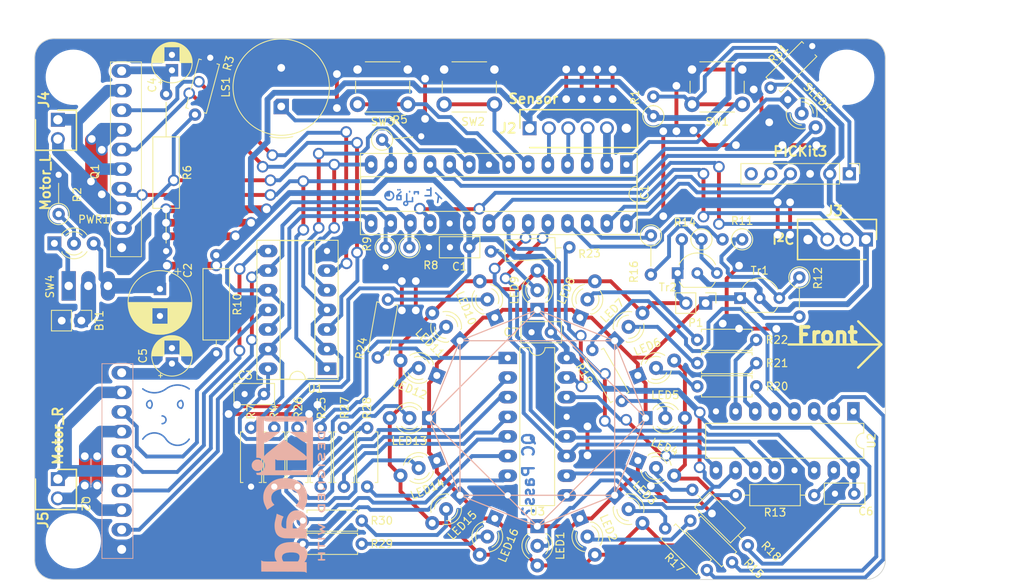
<source format=kicad_pcb>
(kicad_pcb (version 20221018) (generator pcbnew)
  (title_block (title "Mainboard") (date "2023-08-16") (company "2023_KCCT_Experiment_Team08"))
  (layers (0 "F.Cu" signal) (31 "B.Cu" signal) (34 "B.Paste" user) (35 "F.Paste" user) (36 "B.SilkS" user "B.Silkscreen") (37 "F.SilkS" user "F.Silkscreen") (38 "B.Mask" user) (39 "F.Mask" user) (44 "Edge.Cuts" user))
  (net 0 "")
  (net 1 "Net-(BT1-+)")
  (net 2 "GND")
  (net 3 "VDD")
  (net 4 "Net-(Q1-S_3)")
  (net 5 "Net-(Q2-S_3)")
  (net 6 "PICKit3_MCLR")
  (net 7 "Sensor_DI")
  (net 8 "Sensor_AN")
  (net 9 "Sensor_SEL1")
  (net 10 "Sensor_SEL2")
  (net 11 "Net-(IC1-RA4)")
  (net 12 "Net-(IC1-RA5)")
  (net 13 "Net-(IC1-RA7)")
  (net 14 "/Motordrive/L_PWM")
  (net 15 "/Motordrive/L_SEL1")
  (net 16 "/Motordrive/L_SEL2")
  (net 17 "/Motordrive/R_SEL2")
  (net 18 "/Motordrive/R_SEL1")
  (net 19 "/Motordrive/R_PWM")
  (net 20 "I^{2}C_SCL")
  (net 21 "I^{2}C_SDA")
  (net 22 "PICKit3_ICSPCLK")
  (net 23 "PICKit3_ICSPDAT")
  (net 25 "Net-(J5-Pin_1)")
  (net 26 "Net-(J5-Pin_2)")
  (net 27 "Net-(Q1-G_3)")
  (net 28 "Net-(Q1-G_4)")
  (net 29 "Net-(Q2-G_3)")
  (net 30 "Net-(Q2-G_4)")
  (net 31 "/16x2LEDs/Data")
  (net 32 "/16x2LEDs/Clock")
  (net 33 "/16x2LEDs/Flash")
  (net 34 "/16x2LEDs/LED2")
  (net 35 "/16x2LEDs/LED3")
  (net 36 "/16x2LEDs/LED4")
  (net 37 "/16x2LEDs/LED5")
  (net 38 "/16x2LEDs/LED6")
  (net 39 "/16x2LEDs/LED7")
  (net 40 "/16x2LEDs/LED8")
  (net 41 "Net-(U2-QH')")
  (net 42 "/16x2LEDs/Red_Src")
  (net 43 "Net-(LED1-K)")
  (net 44 "/16x2LEDs/LED1")
  (net 45 "/16x2LEDs/LED10")
  (net 46 "/16x2LEDs/LED11")
  (net 47 "/16x2LEDs/LED12")
  (net 48 "/16x2LEDs/LED13")
  (net 49 "/16x2LEDs/LED14")
  (net 50 "/16x2LEDs/LED15")
  (net 51 "/16x2LEDs/LED16")
  (net 53 "/16x2LEDs/LED9")
  (net 54 "/16x2LEDs/Green_Src")
  (net 55 "Net-(LED2-K)")
  (net 56 "/16x2LEDs/Select_Red")
  (net 57 "/16x2LEDs/Select_Green")
  (net 58 "Net-(LED3-K)")
  (net 59 "Net-(LED4-K)")
  (net 60 "Net-(LED5-K)")
  (net 61 "Net-(LED6-K)")
  (net 62 "Net-(LED7-K)")
  (net 63 "Net-(LED8-K)")
  (net 64 "Net-(LED9-K)")
  (net 65 "Net-(LED10-K)")
  (net 66 "Net-(LED11-K)")
  (net 67 "Net-(LED12-K)")
  (net 68 "Net-(LED13-K)")
  (net 69 "Net-(LED14-K)")
  (net 70 "Net-(LED15-K)")
  (net 71 "Net-(LED16-K)")
  (net 72 "Net-(PWR1-A1)")
  (net 73 "Net-(PWR1-K)")
  (net 74 "Net-(Tr1-B)")
  (net 75 "Net-(Tr2-B)")
  (net 76 "Net-(IC1-RA6)")
  (net 77 "Net-(IC1-RC0)")
  (net 78 "Net-(J4-Pin_1)")
  (net 79 "Net-(J4-Pin_2)")
  (net 80 "Net-(SLED1-K)")
  (footprint "Connector_PinHeader_2.54mm:PinHeader_1x02_P2.54mm_Vertical" (layer "F.Cu") (at 26.557767 55.917767 -90)
    (fp_text reference "BT1")
    (fp_text value "1.2Vx4")
  )
  (footprint "Resistor_THT:R_Axial_DIN0207_L6.3mm_D2.5mm_P10.16mm_Horizontal" (layer "F.Cu") (at 111.17 78.5)
    (fp_text reference "R13")
    (fp_text value "470")
  )
  (footprint "Resistor_THT:R_Axial_DIN0207_L6.3mm_D2.5mm_P7.62mm_Horizontal" (layer "F.Cu") (at 115.675837 25.772275 45)
    (fp_text reference "R31")
    (fp_text value "470")
  )
  (footprint "Resistor_THT:R_Axial_DIN0207_L6.3mm_D2.5mm_P7.62mm_Horizontal" (layer "F.Cu") (at 105.305923 81.805923 -45)
    (fp_text reference "R15")
    (fp_text value "470")
  )
  (footprint "Button_Switch_THT:SW_PUSH_6mm_H5mm" (layer "F.Cu") (at 105.517767 23.417767)
    (fp_text reference "SW1")
    (fp_text value "Reset")
  )
  (footprint "LED_THT:LED_D3.0mm-3" (layer "F.Cu") (at 85.517767 82.517767 -90)
    (fp_text reference "LED1")
    (fp_text value "Circle")
  )
  (footprint "Resistor_THT:R_Axial_DIN0207_L6.3mm_D2.5mm_P7.62mm_Horizontal" (layer "F.Cu") (at 60.517767 69.78 -90)
    (fp_text reference "R27")
    (fp_text value "470")
  )
  (footprint "Resistor_THT:R_Axial_DIN0207_L6.3mm_D2.5mm_P10.16mm_Horizontal" (layer "F.Cu") (at 79.512346 46.957823 3)
    (fp_text reference "R23")
    (fp_text value "470")
  )
  (footprint "Resistor_THT:R_Axial_DIN0207_L6.3mm_D2.5mm_P10.16mm_Horizontal" (layer "F.Cu") (at 105.555923 77.805923 -45)
    (fp_text reference "R18")
    (fp_text value "470")
  )
  (footprint "Resistor_THT:R_Axial_DIN0207_L6.3mm_D2.5mm_P7.62mm_Horizontal" (layer "F.Cu") (at 62.81 81.8 180)
    (fp_text reference "R29")
    (fp_text value "470")
  )
  (footprint "SamacSys:SHDR6W69P0X250_1X6_1500X490X1040P" (layer "F.Cu") (at 84.517767 31.017767)
    (fp_text reference "J2")
    (fp_text value "Sensor")
  )
  (footprint "Resistor_THT:R_Axial_DIN0207_L6.3mm_D2.5mm_P5.08mm_Vertical" (layer "F.Cu") (at 100.2 44.885 -90)
    (fp_text reference "R16")
    (fp_text value "10k")
  )
  (footprint "Button_Switch_THT:SW_PUSH_6mm_H5mm" (layer "F.Cu") (at 62.267767 23.417767)
    (fp_text reference "SW3")
    (fp_text value "Green")
  )
  (footprint "Resistor_THT:R_Axial_DIN0207_L6.3mm_D2.5mm_P7.62mm_Horizontal" (layer "F.Cu") (at 96.439813 66.309405 120)
    (fp_text reference "R19")
    (fp_text value "470")
  )
  (footprint "Resistor_THT:R_Axial_DIN0207_L6.3mm_D2.5mm_P2.54mm_Vertical" (layer "F.Cu") (at 100.517767 29.462767 90)
    (fp_text reference "R1")
    (fp_text value "10k")
  )
  (footprint "Package_TO_SOT_THT:TO-92_Inline_Wide" (layer "F.Cu") (at 103.66 49.76)
    (fp_text reference "Tr2")
    (fp_text value "2SC1815")
  )
  (footprint "Resistor_THT:R_Axial_DIN0207_L6.3mm_D2.5mm_P7.62mm_Horizontal" (layer "F.Cu") (at 51.5 69.78 -90)
    (fp_text reference "R4")
    (fp_text value "10k")
  )
  (footprint "LED_THT:LED_D3.0mm-3" (layer "F.Cu") (at 75.517767 78.517767 -135)
    (fp_text reference "LED15")
    (fp_text value "Circle")
  )
  (footprint "LED_THT:LED_D3.0mm-3" (layer "F.Cu") (at 72.517767 63.017767 157.5)
    (fp_text reference "LED12")
    (fp_text value "Circle")
  )
  (footprint "MountingHole:MountingHole_3.2mm_M3" (layer "F.Cu") (at 125.517767 24.417767)
    (fp_text reference "REF**" hide)
    (fp_text value "MountingHole_3.2mm_M3")
  )
  (footprint "Resistor_THT:R_Axial_DIN0207_L6.3mm_D2.5mm_P7.62mm_Horizontal" (layer "F.Cu") (at 57.5 69.78 -90)
    (fp_text reference "R25")
    (fp_text value "470")
  )
  (footprint "Resistor_THT:R_Axial_DIN0207_L6.3mm_D2.5mm_P7.62mm_Horizontal" (layer "F.Cu") (at 54.5 69.78 -90)
    (fp_text reference "R26")
    (fp_text value "470")
  )
  (footprint "Resistor_THT:R_Axial_DIN0207_L6.3mm_D2.5mm_P2.54mm_Vertical" (layer "F.Cu") (at 68.972767 46.417767)
    (fp_text reference "R8")
    (fp_text value "10k")
  )
  (footprint "Capacitor_THT:CP_Radial_D5.0mm_P2.00mm" (layer "F.Cu") (at 38.267767 61.47288 90)
    (fp_text reference "C5")
    (fp_text value "100u")
  )
  (footprint "Resistor_THT:R_Axial_DIN0207_L6.3mm_D2.5mm_P5.08mm_Vertical" (layer "F.Cu") (at 119.4 50.32 -90)
    (fp_text reference "R12")
    (fp_text value "10k")
  )
  (footprint "D4jikkenLibrary:MP4212_WIDE" (layer "F.Cu") (at 31.767767 46.467767 90)
    (fp_text reference "Q1")
    (fp_text value "MP4212")
  )
  (footprint "LED_THT:LED_D3.0mm-3" (layer "F.Cu") (at 95.517767 78.517767 -45)
    (fp_text reference "LED3")
    (fp_text value "Circle")
  )
  (footprint "MountingHole:MountingHole_3.2mm_M3" (layer "F.Cu") (at 25.517767 84.417767)
    (fp_text reference "REF**" hide)
    (fp_text value "MountingHole_3.2mm_M3")
  )
  (footprint "Connector_PinHeader_2.54mm:PinHeader_1x06_P2.54mm_Vertical" (layer "F.Cu") (at 125.867767 36.917767 -90)
    (fp_text reference "J1" hide)
    (fp_text value "PICKit3")
  )
  (footprint "Capacitor_THT:C_Disc_D5.0mm_W2.5mm_P2.50mm" (layer "F.Cu") (at 50.167767 65.417767 180)
    (fp_text reference "C3")
    (fp_text value "0.1u_pass")
  )
  (footprint "LED_THT:LED_D3.0mm-3" (layer "F.Cu") (at 95.517767 58.517767 45)
    (fp_text reference "LED7")
    (fp_text value "Circle")
  )
  (footprint "Resistor_THT:R_Axial_DIN0207_L6.3mm_D2.5mm_P2.54mm_Vertical" (layer "F.Cu") (at 112 45.4 180)
    (fp_text reference "R11")
    (fp_text value "10k")
  )
  (footprint "Package_DIP:DIP-14_W7.62mm_Socket_LongPads" (layer "F.Cu") (at 58.317767 62.142767 180)
    (fp_text reference "U1")
    (fp_text value "74HC00")
  )
  (footprint "Package_DIP:DIP-16_W7.62mm_LongPads" (layer "F.Cu") (at 81.692767 60.742767)
    (fp_text reference "U3")
    (fp_text value "74HC595")
  )
  (footprint "LED_THT:LED_D3.0mm-3" (layer "F.Cu") (at 91.017767 55.517767 67.5)
    (fp_text reference "LED8")
    (fp_text value "Circle")
  )
  (footprint "Resistor_THT:R_Axial_DIN0309_L9.0mm_D3.2mm_P12.70mm_Horizontal" (layer "F.Cu") (at 44 47.45 -90)
    (fp_text reference "R10")
    (fp_text value "10")
  )
  (footprint "Button_Switch_THT:SW_PUSH_6mm_H5mm" (layer "F.Cu") (at 73.467767 23.417767)
    (fp_text reference "SW2")
    (fp_text value "Red")
  )
  (footprint "Resistor_THT:R_Axial_DIN0207_L6.3mm_D2.5mm_P7.62mm_Horizontal" (layer "F.Cu") (at 106.19 58.4)
    (fp_text reference "R22")
    (fp_text value "470")
  )
  (footprint "LED_THT:LED_D3.0mm-3" (layer "F.Cu") (at 98.517767 74.017767 -22.5)
    (fp_text reference "LED4")
    (fp_text value "Circle")
  )
  (footprint "Resistor_THT:R_Axial_DIN0207_L6.3mm_D2.5mm_P7.62mm_Horizontal" (layer "F.Cu") (at 62.81 84.8 180)
    (fp_text reference "R30")
    (fp_text value "470")
  )
  (footprint "Resistor_THT:R_Axial_DIN0207_L6.3mm_D2.5mm_P7.62mm_Horizontal" (layer "F.Cu") (at 66.2 53.19 -100)
    (fp_text reference "R24")
    (fp_text value "470")
  )
  (footprint "LED_THT:LED_D3.0mm-3" (layer "F.Cu") (at 72.517767 74.017767 -157.5)
    (fp_text reference "LED14")
    (fp_text value "Circle")
  )
  (footprint "LED_THT:LED_D3.0mm-3" (layer "F.Cu") (at 85.517767 54.517767 90)
    (fp_text reference "LED9")
    (fp_text value "Circle")
  )
  (footprint "Capacitor_THT:C_Disc_D5.0mm_W2.5mm_P2.50mm" (layer "F.Cu") (at 126.5 78.31 180)
    (fp_text reference "C6")
    (fp_text value "0.1u_pass")
  )
  (footprint "LED_THT:LED_D3.0mm-3" (layer "F.Cu") (at 80.017767 81.517767 -112.5)
    (fp_text reference "LED16")
    (fp_text value "Circle")
  )
  (footprint "LED_THT:LED_D3.0mm-3" (layer "F.Cu") (at 75.517767 58.517767 135)
    (fp_text reference "LED11")
    (fp_text value "Circle")
  )
  (footprint "Resistor_THT:R_Axial_DIN0207_L6.3mm_D2.5mm_P7.62mm_Horizontal" (layer "F.Cu") (at 63.517767 69.78 -90)
    (fp_text reference "R28")
    (fp_text value "470")
  )
  (footprint "Package_DIP:DIP-28_W7.62mm_Socket_LongPads" (layer "F.Cu") (at 97.042767 35.717767 -90)
    (fp_text reference "IC1")
    (fp_text value "PIC16F1778-I/SP")
  )
  (footprint "Package_DIP:DIP-16_W7.62mm_LongPads" (layer "F.Cu") (at 126.392767 67.658267 -90)
    (fp_text reference "U2")
    (fp_text value "74HC595")
  )
  (footprint "LED_THT:LED_D3.0mm-3" (layer "F.Cu") (at 91.017767 81.517767 -67.5)
    (fp_text reference "LED2")
    (fp_text value "Circle")
  )
  (footprint "LED_THT:LED_D3.0mm-3" (layer "F.Cu") (at 117.903949 27.303949 -45)
    (fp_text reference "SLED1")
    (fp_text value "StatusLED")
  )
  (footprint "Resistor_THT:R_Axial_DIN0207_L6.3mm_D2.5mm_P2.54mm_Vertical" (layer "F.Cu") (at 106.74 45.4 180)
    (fp_text reference "R14")
    (fp_text value "10k")
  )
  (footprint "Resistor_THT:R_Axial_DIN0207_L6.3mm_D2.5mm_P7.62mm_Horizontal" (layer "F.Cu") (at 48.5 69.78 -90)
    (fp_text reference "R7")
    (fp_text value "10k")
  )
  (footprint "MountingHole:MountingHole_3.2mm_M3" (layer "F.Cu") (at 25.517767 24.417767)
    (fp_text reference "REF**" hide)
    (fp_text value "MountingHole_3.2mm_M3")
  )
  (footprint "Resistor_THT:R_Axial_DIN0207_L6.3mm_D2.5mm_P7.62mm_Horizontal" (layer "F.Cu") (at 106.207767 61.417767)
    (fp_text reference "R21")
    (fp_text value "470")
  )
  (footprint "Resistor_THT:R_Axial_DIN0309_L9.0mm_D3.2mm_P20.32mm_Horizontal" (layer "F.Cu") (at 37.517767 46.917767 90)
    (fp_text reference "R6")
    (fp_text value "10")
  )
  (footprint "Package_TO_SOT_THT:TO-92_Inline_Wide" (layer "F.Cu") (at 111.73 53)
    (fp_text reference "Tr1")
    (fp_text value "2SC1815")
  )
  (footprint "Resistor_THT:R_Axial_DIN0207_L6.3mm_D2.5mm_P7.62mm_Horizontal" (layer "F.Cu") (at 41.25 29.25 75)
    (fp_text reference "R3")
    (fp_text value "10k")
  )
  (footprint "Capacitor_THT:CP_Radial_D8.0mm_P3.50mm" (layer "F.Cu") (at 36.717767 51.817767 -90)
    (fp_text reference "C2")
    (fp_text value "470u")
  )
  (footprint "Resistor_THT:R_Axial_DIN0207_L6.3mm_D2.5mm_P2.54mm_Vertical" (layer "F.Cu") (at 65.9 46.455 -90)
    (fp_text reference "R9")
    (fp_text value "10k")
  )
  (footprint "Resistor_THT:R_Axial_DIN0207_L6.3mm_D2.5mm_P7.62mm_Horizontal" (layer "F.Cu") (at 102.055923 82.805923 -45)
    (fp_text reference "R17")
    (fp_text value "470")
  )
  (footprint "LED_THT:LED_D3.0mm-3" (layer "F.Cu") (at 80.017767 55.517767 112.5)
    (fp_text reference "LED10")
    (fp_text value "Circle")
  )
  (footprint "Connector_PinHeader_2.54mm:PinHeader_1x02_P2.54mm_Vertical" (layer "F.Cu") (at 107.275 53.65 -90)
    (fp_text reference "P1")
    (fp_text value "FrontsidePort")
  )
  (footprint "D4jikkenLibrary:ToggleSW_3pin" (layer "F.Cu") (at 27.46 51.417767)
    (fp_text reference "SW4")
    (fp_text value "SW_DPDT_x2")
  )
  (footprint "MountingHole:MountingHole_3.2mm_M3" (layer "F.Cu") (at 125.517767 84.417767)
    (fp_text reference "REF**" hide)
    (fp_text value "MountingHole_3.2mm_M3")
  )
  (footprint "SamacSys:HDRV4W69P0X250_1X4_1000X500X1040P" (layer "F.Cu") (at 128.017767 45.417767 180)
    (fp_text reference "J3")
    (fp_text value "I^{2}C")
  )
  (footprint "Capacitor_THT:C_Disc_D5.0mm_W2.5mm_P2.50mm" (layer "F.Cu") (at 87.267767 57.417767 180)
    (fp_text reference "C7")
    (fp_text value "0.1u_pass")
  )
  (footprint "SamacSys:SHDR2W69P0X250_1X2_500X530X1040P" (layer "F.Cu") (at 23.517767 76.417767 -90)
    (fp_text reference "J5")
    (fp_text value "Motor_R")
  )
  (footprint "Buzzer_Beeper:Buzzer_TDK_PS1240P02BT_D12.2mm_H6.5mm" (layer "F.Cu") (at 52.4 28.2 90)
    (fp_text reference "LS1")
    (fp_text value "Buzz")
  )
  (footprint "LED_THT:LED_D3.0mm-3" (layer "F.Cu") (at 71.517767 68.517767 180)
    (fp_text reference "LED13")
    (fp_text value "Circle")
  )
  (footprint "SamacSys:SHDR2W69P0X250_1X2_500X530X1040P" (layer "F.Cu") (at 23.517767 29.917767 -90)
    (fp_text reference "J4")
    (fp_text value "Motor_L")
  )
  (footprint "LED_THT:LED_D3.0mm-3" (layer "F.Cu") (at 23.067767 45.917767)
    (fp_text reference "PWR1")
    (fp_text value "PowerIndicator")
  )
  (footprint "Resistor_THT:R_Axial_DIN0207_L6.3mm_D2.5mm_P5.08mm_Vertical" (layer "F.Cu") (at 65.44381 32.5 5)
    (fp_text reference "R5")
    (fp_text value "10k")
  )
  (footprint "Capacitor_THT:CP_Radial_D5.0mm_P2.00mm" (layer "F.Cu") (at 38.267767 23.517767 90)
    (fp_text reference "C4")
    (fp_text value "100u")
  )
  (footprint "Resistor_THT:R_Axial_DIN0207_L6.3mm_D2.5mm_P7.62mm_Horizontal" (layer "F.Cu") (at 106.207767 64.417767)
    (fp_text reference "R20")
    (fp_text value "470")
  )
  (footprint "LED_THT:LED_D3.0mm-3" (layer "F.Cu") (at 98.517767 63.017767 22.5)
    (fp_text reference "LED6")
    (fp_text value "Circle")
  )
  (footprint "Resistor_THT:R_Axial_DIN0207_L6.3mm_D2.5mm_P5.08mm_Vertical" (layer "F.Cu") (at 23.617767 42.117767 90)
    (fp_text reference "R2")
    (fp_text value "470")
  )
  (footprint "Capacitor_THT:C_Disc_D5.0mm_W2.5mm_P2.50mm" (layer "F.Cu") (at 76.717767 46.417767 180)
    (fp_text reference "C1")
    (fp_text value "0.1u_pass")
  )
  (footprint "LED_THT:LED_D3.0mm-3" (layer "F.Cu") (at 99.517767 68.517767)
    (fp_text reference "LED5")
    (fp_text value "Circle")
  )
  (footprint "D4jikkenLibrary:MP4212_WIDE" (layer "B.Cu") (at 31.767767 85.517767 90)
    (fp_text reference "Q2")
    (fp_text value "MP4212")
  )
  (footprint "Symbol:KiCad-Logo2_8mm_SilkScreen" (layer "B.Cu") (at 52.517767 78.417767 -90)
    (fp_text reference "REF**" hide)
    (fp_text value "KiCad-Logo2_8mm_SilkScreen" hide)
  )
  (gr_arc (start 37 68.25) (mid 37.5 68.75) (end 37 69.25) (stroke (width 0.2)) (layer "B.Cu"))
  (gr_line (start 67.375 40.25) (end 67.875 40.25) (stroke (width 0.2)) (layer "B.Cu"))
  (gr_line (start 67.5 39) (end 67.492029 38.963998) (stroke (width 0.2)) (layer "B.Cu"))
  (gr_line (start 67.75 39) (end 67.744137 38.958135) (stroke (width 0.2)) (layer "B.Cu"))
  (gr_arc (start 39.499999 67.249999) (mid 39.000001 66.75) (end 39.499999 66.250001) (stroke (width 0.2)) (layer "B.Cu"))
  (gr_circle (center 68.5 40.75) (end 68.25 40.75) (stroke (width 0.2)) (fill none) (layer "B.Cu"))
  (gr_poly (pts (xy 66.375 39.75) (xy 65.815984 39.75) (xy 66 39.4) (xy 66.375 39.190984)) (stroke (width 0.2)) (fill solid) (layer "B.Cu"))
  (gr_line (start 72.375 39.375) (end 73.125 40.125) (stroke (width 0.2)) (layer "B.Cu"))
  (gr_line (start 69 39.25) (end 68.99496 39.192193) (stroke (width 0.2)) (layer "B.Cu"))
  (gr_arc (start 39.499999 66.250001) (mid 39.707105 66.75) (end 39.499999 67.249999) (stroke (width 0.2)) (layer "B.Cu"))
  (gr_line (start 68.625 40.5) (end 68.625 39.5) (stroke (width 0.2)) (layer "B.Cu"))
  (gr_line (start 67.875 39.75) (end 67.375 39.75) (stroke (width 0.2)) (layer "B.Cu"))
  (gr_line (start 71.75 39.75) (end 71 39.75) (stroke (width 0.2)) (layer "B.Cu"))
  (gr_line (start 69.375 40.5) (end 68.625 40.5) (stroke (width 0.2)) (layer "B.Cu"))
  (gr_line (start 72.75 39.75) (end 72.625 40.625) (stroke (width 0.2)) (layer "B.Cu"))
  (gr_line (start 71.75 39) (end 71.25 39) (stroke (width 0.2)) (layer "B.Cu"))
  (gr_line (start 70.125 39.25) (end 69.625 39.25) (stroke (width 0.2)) (layer "B.Cu"))
  (gr_arc (start 35.5 67.25) (mid 35.000002 66.750001) (end 35.5 66.250002) (stroke (width 0.2)) (layer "B.Cu"))
  (gr_line (start 67.875 40.25) (end 67.875 39.75) (stroke (width 0.2)) (layer "B.Cu"))
  (gr_arc (start 35.5 66.250002) (mid 35.707105 66.750001) (end 35.5 67.25) (stroke (width 0.2)) (layer "B.Cu"))
  (gr_line (start 71.75 38.75) (end 71.75 39.75) (stroke (width 0.2)) (layer "B.Cu"))
  (gr_arc (start 37.5 64.75) (mid 36 65.25) (end 34.5 64.75) (stroke (width 0.2)) (layer "B.Cu"))
  (gr_line (start 67.375 39.75) (end 67.375 40.25) (stroke (width 0.2)) (layer "B.Cu"))
  (gr_line (start 69.375 40) (end 69.375 40.5) (stroke (width 0.2)) (layer "B.Cu"))
  (gr_circle (center 66.375 39.75) (end 66.625 40.25) (stroke (width 0.2)) (fill none) (layer "B.Cu"))
  (gr_arc (start 40.499999 71.25) (mid 39 72.052775) (end 37.500001 71.25) (stroke (width 0.2)) (layer "B.Cu"))
  (gr_arc (start 34.5 71.25) (mid 36 70.447224) (end 37.500001 71.25) (stroke (width 0.2)) (layer "B.Cu"))
  (gr_arc (start 37.5 64.75) (mid 39 64.25) (end 40.5 64.75) (stroke (width 0.2)) (layer "B.Cu"))
  (gr_line (start 70.125 39.5) (end 70.125 39.25) (stroke (width 0.2)) (layer "B.Cu"))
  (gr_line (start 69.625 39.25) (end 69.625 39.5) (stroke (width 0.2)) (layer "B.Cu"))
  (gr_line (start 67.875 39.25) (end 67.375 39.75) (stroke (width 0.2)) (layer "B.Cu"))
  (gr_line (start 71.517767 68.517767) (end 75.517767 58.517767) (stroke (width 0.15)) (layer "B.SilkS"))
  (gr_line (start 85.517767 82.517767) (end 99.517767 68.517767) (stroke (width 0.15)) (layer "B.SilkS"))
  (gr_line (start 75.517767 58.517767) (end 85.517767 54.517767) (stroke (width 0.15)) (layer "B.SilkS"))
  (gr_rect (start 75.517767 58.517767) (end 95.517767 78.517767) (stroke (width 0.15)) (fill none) (layer "B.SilkS"))
  (gr_line (start 99.517767 68.517767) (end 85.517767 54.517767) (stroke (width 0.15)) (layer "B.SilkS"))
  (gr_line (start 71.517767 68.517767) (end 85.517767 82.517767) (stroke (width 0.15)) (layer "B.SilkS"))
  (gr_line (start 99.517767 68.517767) (end 95.517767 78.517767) (stroke (width 0.15)) (layer "B.SilkS"))
  (gr_line (start 85.517767 54.517767) (end 71.517767 68.517767) (stroke (width 0.15)) (layer "B.SilkS"))
  (gr_line (start 85.517767 54.517767) (end 95.517767 58.517767) (stroke (width 0.15)) (layer "B.SilkS"))
  (gr_line (start 75.517767 78.517767) (end 71.517767 68.517767) (stroke (width 0.15)) (layer "B.SilkS"))
  (gr_line (start 85.517767 82.517767) (end 75.517767 78.517767) (stroke (width 0.15)) (layer "B.SilkS"))
  (gr_line (start 95.517767 58.517767) (end 99.517767 68.517767) (stroke (width 0.15)) (layer "B.SilkS"))
  (gr_line (start 95.517767 78.517767) (end 85.517767 82.517767) (stroke (width 0.15)) (layer "B.SilkS"))
  (gr_line (start 118 59) (end 130 59) (stroke (width 0.3)) (layer "F.SilkS"))
  (gr_line (start 130 59) (end 127 62) (stroke (width 0.3)) (layer "F.SilkS"))
  (gr_line (start 130 59) (end 127 56) (stroke (width 0.3)) (layer "F.SilkS"))
  (gr_line (start 23.017767 19.417767) (end 128.017767 19.417767) (stroke (width 0.1)) (layer "Edge.Cuts"))
  (gr_line (start 130.517767 22.017767) (end 130.517767 86.917767) (stroke (width 0.1)) (layer "Edge.Cuts"))
  (gr_line (start 20.517767 86.917767) (end 20.517767 21.917767) (stroke (width 0.1)) (layer "Edge.Cuts"))
  (gr_arc (start 128.017767 19.415768) (mid 129.821956 20.184302) (end 130.517767 22.017767) (stroke (width 0.1)) (layer "Edge.Cuts"))
  (gr_arc (start 23.017767 89.417767) (mid 21.25 88.685534) (end 20.517767 86.917767) (stroke (width 0.1)) (layer "Edge.Cuts"))
  (gr_arc (start 20.517767 21.917767) (mid 21.25 20.15) (end 23.017767 19.417767) (stroke (width 0.1)) (layer "Edge.Cuts"))
  (gr_arc (start 130.517767 86.917767) (mid 129.785534 88.685534) (end 128.017767 89.417767) (stroke (width 0.1)) (layer "Edge.Cuts"))
  (gr_line (start 128.017767 89.417767) (end 23.017767 89.417767) (stroke (width 0.1)) (layer "Edge.Cuts"))
  (gr_text "QC Pass?\n" (at 85.25 70.25 90) (layer "B.Cu") (effects (font (size 1.5 1.5) (thickness 0.3) bold) (justify left bottom mirror)))
  (gr_text "Front" (at 123 59) (layer "F.SilkS") (effects (font (size 2 2) (thickness 0.5) bold) (justify bottom)))
  (segment (start 27.46 55.015534) (end 26.557767 55.917767) (width 2) (layer "B.Cu") (net 1))
  (segment (start 27.46 51.417767) (end 27.46 55.015534) (width 2) (layer "B.Cu") (net 1))
  (segment (start 89.25 23.4) (end 89.25 27.25) (width 0.5) (layer "F.Cu") (net 2))
  (segment (start 116.6 40.6) (end 116.6 44.8) (width 0.5) (layer "F.Cu") (net 2))
  (segment (start 111.2 33.2) (end 107.6 33.2) (width 0.5) (layer "F.Cu") (net 2))
  (segment (start 111.6 48.879899) (end 111.6 48.8) (width 0.5) (layer "F.Cu") (net 2))
  (segment (start 106.481661 79.255923) (end 102.155923 79.255923) (width 0.5) (layer "F.Cu") (net 2))
  (segment (start 95.25 23.4) (end 95.25 27.25) (width 0.5) (layer "F.Cu") (net 2))
  (segment (start 111.6 56.95) (end 116.397446 56.95) (width 0.5) (layer "F.Cu") (net 2))
  (segment (start 117.2 33.2) (end 121.6 33.2) (width 0.5) (layer "F.Cu") (net 2))
  (segment (start 103.5 25.523267) (end 103.5 31.4005) (width 0.5) (layer "F.Cu") (net 2))
  (segment (start 71 29.8) (end 71 24.6) (width 0.5) (layer "F.Cu") (net 2))
  (segment (start 46.682233 66.8) (end 46.882233 67) (width 0.5) (layer "F.Cu") (net 2))
  (segment (start 108.096323 80.870585) (end 106.481661 79.255923) (width 0.5) (layer "F.Cu") (net 2))
  (segment (start 115.5 30.25) (end 114.5 29.25) (width 0.5) (layer "F.Cu") (net 2))
  (segment (start 59.6 24) (end 59.6 28.4) (width 0.5) (layer "F.Cu") (net 2))
  (segment (start 109.489596 56.289596) (end 110 55.779192) (width 0.5) (layer "F.Cu") (net 2))
  (segment (start 69.8 50.8) (end 69.8 54.5895) (width 0.5) (layer "F.Cu") (net 2))
  (segment (start 110 50.479899) (end 111.6 48.879899) (width 0.5) (layer "F.Cu") (net 2))
  (segment (start 56.882233 67) (end 57.082233 66.8) (width 0.5) (layer "F.Cu") (net 2))
  (segment (start 110 55.779192) (end 110 50.479899) (width 0.5) (layer "F.Cu") (net 2))
  (segment (start 118.2 40.6) (end 118.2 44.8) (width 0.5) (layer "F.Cu") (net 2))
  (segment (start 114.5 27) (end 113.5 26) (width 0.5) (layer "F.Cu") (net 2))
  (segment (start 107.6 33.2) (end 105.7 31.3) (width 0.5) (layer "F.Cu") (net 2))
  (segment (start 46.882233 67) (end 56.882233 67) (width 0.5) (layer "F.Cu") (net 2))
  (segment (start 68 50.8) (end 68 54.5895) (width 0.5) (layer "F.Cu") (net 2))
  (segment (start 116.397446 56.95) (end 116.428024 56.980578) (width 0.5) (layer "F.Cu") (net 2))
  (segment (start 91.25 23.4) (end 91.25 27.25) (width 0.5) (layer "F.Cu") (net 2))
  (segment (start 114.5 29.25) (end 114.5 27) (width 0.5) (layer "F.Cu") (net 2))
  (segment (start 112.017767 23.417767) (end 105.517767 23.417767) (width 0.5) (layer "F.Cu") (net 2))
  (segment (start 93.25 23.4) (end 93.25 27.25) (width 0.5) (layer "F.Cu") (net 2))
  (segment (start 92 69.6) (end 92 73.35) (width 0.5) (layer "F.Cu") (net 2))
  (segment (start 45.6 68) (end 56 68) (width 0.5) (layer "F.Cu") (net 2))
  (segment (start 102.155923 79.255923) (end 100.2 77.3) (width 0.5) (layer "F.Cu") (net 2))
  (segment (start 101.8 42.4) (end 101.8 31.4) (width 0.5) (layer "F.Cu") (net 2))
  (via (at 109.489596 56.289596) (size 1.5) (drill 1) (layers "F.Cu" "B.Cu") (net 2))
  (via (at 89.25 23.4) (size 1.5) (drill 1) (layers "F.Cu" "B.Cu") (net 2))
  (via (at 95.25 23.4) (size 1.5) (drill 1) (layers "F.Cu" "B.Cu") (net 2))
  (via (at 93.25 23.4) (size 1.5) (drill 1) (layers "F.Cu" "B.Cu") (net 2))
  (via (at 121.6 33.2) (size 1.5) (drill 1) (layers "F.Cu" "B.Cu") (net 2))
  (via (at 118.2 44.8) (size 1.5) (drill 1) (layers "F.Cu" "B.Cu") (net 2))
  (via (at 116.428024 56.980578) (size 1.5) (drill 1) (layers "F.Cu" "B.Cu") (net 2))
  (via (at 56 68) (size 1.5) (drill 1) (layers "F.Cu" "B.Cu") (net 2))
  (via (at 111.2 33.2) (size 1.5) (drill 1) (layers "F.Cu" "B.Cu") (net 2))
  (via (at 45.6 68) (size 1.5) (drill 1) (layers "F.Cu" "B.Cu") (net 2))
  (via (at 103.5 31.4005) (size 1.5) (drill 1) (layers "F.Cu" "B.Cu") (net 2))
  (via (at 117.2 33.2) (size 1.5) (drill 1) (layers "F.Cu" "B.Cu") (net 2))
  (via (at 116.6 44.8) (size 1.5) (drill 1) (layers "F.Cu" "B.Cu") (net 2))
  (via (at 108.096323 80.870585) (size 1.5) (drill 1) (layers "F.Cu" "B.Cu") (net 2))
  (via (at 71 29.8) (size 1.5) (drill 1) (layers "F.Cu" "B.Cu") (net 2))
  (via (at 89.25 27.25) (size 1.5) (drill 1) (layers "F.Cu" "B.Cu") (net 2))
  (via (at 118.2 40.6) (size 1.5) (drill 1) (layers "F.Cu" "B.Cu") (net 2))
  (via (at 92 69.6) (size 1.5) (drill 1) (layers "F.Cu" "B.Cu") (net 2))
  (via (at 116.6 40.6) (size 1.5) (drill 1) (layers "F.Cu" "B.Cu") (net 2))
  (via (at 59.6 24) (size 1.5) (drill 1) (layers "F.Cu" "B.Cu") (net 2))
  (via (at 95.25 27.25) (size 1.5) (drill 1) (layers "F.Cu" "B.Cu") (net 2))
  (via (at 69.8 54.5895) (size 1.5) (drill 1) (layers "F.Cu" "B.Cu") (net 2))
  (via (at 101.8 31.4) (size 1.5) (drill 1) (layers "F.Cu" "B.Cu") (net 2))
  (via (at 103.5 25.523267) (size 1.5) (drill 1) (layers "F.Cu" "B.Cu") (net 2))
  (via (at 69.8 50.8) (size 1.5) (drill 1) (layers "F.Cu" "B.Cu") (net 2))
  (via (at 59.6 28.4) (size 1.5) (drill 1) (layers "F.Cu" "B.Cu") (net 2))
  (via (at 93.25 27.25) (size 1.5) (drill 1) (layers "F.Cu" "B.Cu") (net 2))
  (via (at 100.2 77.3) (size 1.5) (drill 1) (layers "F.Cu" "B.Cu") (net 2))
  (via (at 101.8 42.4) (size 1.5) (drill 1) (layers "F.Cu" "B.Cu") (net 2))
  (via (at 92 73.35) (size 1.5) (drill 1) (layers "F.Cu" "B.Cu") (net 2))
  (via (at 113.5 26) (size 1.5) (drill 1) (layers "F.Cu" "B.Cu") (net 2))
  (via (at 57.082233 66.8) (size 1.5) (drill 1) (layers "F.Cu" "B.Cu") (net 2))
  (via (at 91.25 27.25) (size 1.5) (drill 1) (layers "F.Cu" "B.Cu") (net 2))
  (via (at 71 24.6) (size 1.5) (drill 1) (layers "F.Cu" "B.Cu") (net 2))
  (via (at 68 50.8) (size 1.5) (drill 1) (layers "F.Cu" "B.Cu") (net 2))
  (via (at 46.682233 66.8) (size 1.5) (drill 1) (layers "F.Cu" "B.Cu") (net 2))
  (via (at 91.25 23.4) (size 1.5) (drill 1) (layers "F.Cu" "B.Cu") (net 2))
  (via (at 115.5 30.25) (size 1.5) (drill 1) (layers "F.Cu" "B.Cu") (net 2))
  (via (at 111.6 56.95) (size 1.5) (drill 1) (layers "F.Cu" "B.Cu") (net 2))
  (via (at 68 54.5895) (size 1.5) (drill 1) (layers "F.Cu" "B.Cu") (net 2))
  (via (at 111.6 48.8) (size 1.5) (drill 1) (layers "F.Cu" "B.Cu") (net 2))
  (via (at 105.7 31.3) (size 1.5) (drill 1) (layers "F.Cu" "B.Cu") (net 2))
  (segment (start 106.5 67.822687) (end 106.518889 67.803798) (width 0.5) (layer "F.Cu") (net 3))
  (segment (start 37.6 48.8) (end 43.971971 48.8) (width 1) (layer "F.Cu") (net 3))
  (segment (start 106.5 74.9) (end 106.5 67.822687) (width 0.5) (layer "F.Cu") (net 3))
  (segment (start 37.5 41.5) (end 50.5 41.5) (width 1) (layer "F.Cu") (net 3))
  (segment (start 43.971971 48.8) (end 44.00554 48.766431) (width 1) (layer "F.Cu") (net 3))
  (segment (start 37.5 43.25) (end 48.5 43.25) (width 1) (layer "F.Cu") (net 3))
  (segment (start 37.5 45) (end 46.5 45) (width 1) (layer "F.Cu") (net 3))
  (via (at 37.6 48.8) (size 1.5) (drill 1) (layers "F.Cu" "B.Cu") (net 3))
  (via (at 50.5 41.5) (size 1.5) (drill 1) (layers "F.Cu" "B.Cu") (net 3))
  (via (at 37.5 45) (size 1.5) (drill 1) (layers "F.Cu" "B.Cu") (net 3))
  (via (at 37.5 43.25) (size 1.5) (drill 1) (layers "F.Cu" "B.Cu") (net 3))
  (via (at 48.5 43.25) (size 1.5) (drill 1) (layers "F.Cu" "B.Cu") (net 3))
  (via (at 106.5 74.9) (size 1.5) (drill 1) (layers "F.Cu" "B.Cu") (net 3))
  (via (at 37.5 41.5) (size 1.5) (drill 1) (layers "F.Cu" "B.Cu") (net 3))
  (via (at 46.5 45) (size 1.5) (drill 1) (layers "F.Cu" "B.Cu") (net 3))
  (via (at 44.00554 48.766431) (size 1.5) (drill 1) (layers "F.Cu" "B.Cu") (net 3))
  (via (at 106.518889 67.803798) (size 1.5) (drill 1) (layers "F.Cu" "B.Cu") (net 3))
  (segment (start 76.717767 49.882233) (end 76.717767 46.417767) (width 0.5) (layer "B.Cu") (net 3))
  (segment (start 86.098808 47.65) (end 82.600432 47.65) (width 0.75) (layer "B.Cu") (net 3))
  (segment (start 114.27 51.87) (end 114.27 53) (width 0.75) (layer "B.Cu") (net 3))
  (segment (start 87.267767 57.417767) (end 87.267767 48.818959) (width 0.75) (layer "B.Cu") (net 3))
  (segment (start 66.037335 37.692767) (end 72.168198 37.692767) (width 0.75) (layer "B.Cu") (net 3))
  (segment (start 56.325584 64.5) (end 60.172792 64.5) (width 0.5) (layer "B.Cu") (net 3))
  (segment (start 110.242767 22.682537) (end 110.242767 27.057233) (width 0.75) (layer "B.Cu") (net 3))
  (segment (start 33 51.4) (end 33.035534 51.4) (width 1.5) (layer "B.Cu") (net 3))
  (segment (start 123.327767 36.207767) (end 124.842767 34.692767) (width 0.75) (layer "B.Cu") (net 3))
  (segment (start 125.615 53.785) (end 118.787613 53.785) (width 0.75) (layer "B.Cu") (net 3))
  (segment (start 94.040714 64.734405) (end 97.0922 64.734405) (width 0.75) (layer "B.Cu") (net 3))
  (segment (start 80.322199 45.371767) (end 77.763767 45.371767) (width 0.75) (layer "B.Cu") (net 3))
  (segment (start 99.224693 78.759869) (end 102.088923 78.759869) (width 0.5) (layer "B.Cu") (net 3))
  (segment (start 46.5 45) (end 46.5 46.158756) (width 1) (layer "B.Cu") (net 3))
  (segment (start 50.697767 64.887767) (end 50.167767 65.417767) (width 0.5) (layer "B.Cu") (net 3))
  (segment (start 89.312767 60.742767) (end 89.312767 59.462767) (width 0.75) (layer "B.Cu") (net 3))
  (segment (start 100.517767 29.462767) (end 96.055 25) (width 0.75) (layer "B.Cu") (net 3))
  (segment (start 80.68523 26.125) (end 70.368324 26.125) (width 0.75) (layer "B.Cu") (net 3))
  (segment (start 37.5 41.5) (end 36.5 42.5) (width 1) (layer "B.Cu") (net 3))
  (segment (start 115.884367 21.642767) (end 111.282537 21.642767) (width 0.75) (layer "B.Cu") (net 3))
  (segment (start 128.017767 51.382233) (end 125.615 53.785) (width 0.75) (layer "B.Cu") (net 3))
  (segment (start 90.049076 60.742767) (end 94.040714 64.734405) (width 0.75) (layer "B.Cu") (net 3))
  (segment (start 36.5 51.6) (end 36.717767 51.817767) (width 1.5) (layer "B.Cu") (net 3))
  (segment (start 36.717767 47.917767) (end 36.717767 47.717767) (width 1) (layer "B.Cu") (net 3))
  (segment (start 37.517767 45.017767) (end 37.517767 46.917767) (width 1) (layer "B.Cu") (net 3))
  (segment (start 61.067767 63.605025) (end 61.067767 53.205025) (width 0.5) (layer "B.Cu") (net 3))
  (segment (start 48.5 43.25) (end 48.5 44.158756) (width 1) (layer "B.Cu") (net 3))
  (segment (start 44.00554 48.766431) (end 44.00554 48.299664) (width 1) (layer "B.Cu") (net 3))
  (segment (start 107.162767 76.278877) (end 108.299407 77.415517) (width 0.5) (layer "B.Cu") (net 3))
  (segment (start 29.0744 50.492167) (end 30 51.417767) (width 0.6) (layer "B.Cu") (net 3))
  (segment (start 60.607233 25.192767) (end 59.375 26.425) (width 0.75) (layer "B.Cu") (net 3))
  (segment (start 48.5 44.158756) (end 46.5 46.158756) (width 1) (layer "B.Cu") (net 3))
  (segment (start 97.357795 65) (end 103.715091 65) (width 0.75) (layer "B.Cu") (net 3))
  (segment (start 62.532792 51.74) (end 66.960101 51.74) (width 0.5) (layer "B.Cu") (net 3))
  (segment (start 77.763767 45.371767) (end 76.717767 46.417767) (width 0.75) (layer "B.Cu") (net 3))
  (segment (start 35.785534 48.65) (end 36.5 47.935534) (width 1) (layer "B.Cu") (net 3))
  (segment (start 128.017767 45.417767) (end 128.017767 51.382233) (width 0.75) (layer "B.Cu") (net 3))
  (segment (start 124.842767 34.692767) (end 124.842767 30.612542) (width 0.75) (layer "B.Cu") (net 3))
  (segment (start 115.795 54.525) (end 114.27 53) (width 0.75) (layer "B.Cu") (net 3))
  (segment (start 123.327767 40.727767) (end 123.327767 36.917767) (width 0.75) (layer "B.Cu") (net 3))
  (segment (start 46.5 46.158756) (end 45.75 46.908756) (width 1) (layer "B.Cu") (net 3))
  (segment (start 87.267767 48.818959) (end 86.098808 47.65) (width 0.75) (layer "B.Cu") (net 3))
  (segment (start 35.417767 49.017767) (end 37.517767 46.917767) (width 1.5) (layer "B.Cu") (net 3))
  (segment (start 128.017767 45.417767) (end 123.327767 40.727767) (width 0.75) (layer "B.Cu") (net 3))
  (segment (start 37.5 41.5) (end 37.5 43.25) (width 1) (layer "B.Cu") (net 3))
  (segment (start 36.5 42.5) (end 36.5 45.25) (width 1) (layer "B.Cu") (net 3))
  (segment (start 72.168198 37.692767) (end 76.487722 42.012291) (width 0.75) (layer "B.Cu") (net 3))
  (segment (start 50.625 27.278984) (end 50.625 32.775) (width 0.75) (layer "B.Cu") (net 3))
  (segment (start 48.5 43.35) (end 46.85 45) (width 1) (layer "B.Cu") (net 3))
  (segment (start 107.725 51.285) (end 113.685 51.285) (width 0.75) (layer "B.Cu") (net 3))
  (segment (start 69.436091 25.192767) (end 60.607233 25.192767) (width 0.75) (layer "B.Cu") (net 3))
  (segment (start 53.05 70.38061) (end 53.05 67.775584) (width 0.5) (layer "B.Cu") (net 3))
  (segment (start 37.5 45.375) (end 37.5 45) (width 1) (layer "B.Cu") (net 3))
  (segment (start 111.282537 21.642767) (end 110.242767 22.682537) (width 0.75) (layer "B.Cu") (net 3))
  (segment (start 37.5 43.25) (end 37.5 45) (width 1) (layer "B.Cu") (net 3))
  (segment (start 50.676777 42.158756) (end 53.435033 39.4005) (width 0.75) (layer "B.Cu") (net 3))
  (segment (start 30 51.417767) (end 32.982233 51.417767) (width 2) (layer "B.Cu") (net 3))
  (segment (start 106.2 49.76) (end 107.725 51.285) (width 0.75) (layer "B.Cu") (net 3))
  (segment (start 50.697767 62.142767) (end 50.697767 64.887767) (width 0.5) (layer "B.Cu") (net 3))
  (segment (start 123.327767 36.917767) (end 123.327767 36.207767) (width 0.75) (layer "B.Cu") (net 3))
  (segment (start 110.242767 27.057233) (end 107.607233 29.692767) (width 0.75) (layer "B.Cu") (net 3))
  (segment (start 47.05 68.535534) (end 47.05 70.38061) (width 0.5) (layer "B.Cu") (net 3))
  (segment (start 50.5 41.5) (end 50.5 42.158756) (width 1) (layer "B.Cu") (net 3))
  (segment (start 82.600432 47.65) (end 80.322199 45.371767) (width 0.75) (layer "B.Cu") (net 3))
  (segment (start 76.717767 43.342767) (end 76.722767 43.337767) (width 0.75) (layer "B.Cu") (net 3))
  (segment (start 126.392767 75.278267) (end 120.8895 69.775) (width 0.5) (layer "B.Cu") (net 3))
  (segment (start 126.5 78.31) (end 126.5 75.3855) (width 0.5) (layer "B.Cu") (net 3))
  (segment (start 70.368324 26.125) (end 69.436091 25.192767) (width 0.75) (layer "B.Cu") (net 3))
  (segment (start 33 51.4) (end 35 51.4) (width 1.5) (layer "B.Cu") (net 3))
  (segment (start 107.162767 75.562767) (end 107.162767 76.278877) (width 0.5) (layer "B.Cu") (net 3))
  (segment (start 108.025 69.775) (end 106.518889 68.268889) (width 0.5) (layer "B.Cu") (net 3))
  (segment (start 50.167767 65.417767) (end 47.05 68.535534) (width 0.5) (layer "B.Cu") (net 3))
  (segment (start 33.2 51.6) (end 36.5 51.6) (width 1.5) (layer "B.Cu") (net 3))
  (segment (start 53.05 67.775584) (end 56.325584 64.5) (width 0.5) (layer "B.Cu") (net 3))
  (segment (start 100.747767 29.692767) (end 100.517767 29.462767) (width 0.75) (layer "B.Cu") (net 3))
  (segment (start 35.75 48.15) (end 35.75 46) (width 1) (layer "B.Cu") (net 3))
  (segment (start 50.5 42.158756) (end 50.676777 42.158756) (width 0.75) (layer "B.Cu") (net 3))
  (segment (start 28.147767 45.917767) (end 29.0744 46.8444) (width 0.6) (layer "B.Cu") (net 3))
  (segment (start 113.685 51.285) (end 114.27 51.87) (width 0.75) (layer "B.Cu") (net 3))
  (segment (start 96.159799 75.694975) (end 99.224693 78.759869) (width 0.5) (layer "B.Cu") (net 3))
  (segment (start 103.715091 65) (end 106.518889 67.803798) (width 0.75) (layer "B.Cu") (net 3))
  (segment (start 37.382233 49.017767) (end 35.417767 49.017767) (width 1) (layer "B.Cu") (net 3))
  (segment (start 33 51.4) (end 33.2 51.6) (width 1.5) (layer "B.Cu") (net 3))
  (segment (start 29.0744 46.8444) (end 29.0744 50.492167) (width 0.6) (layer "B.Cu") (net 3))
  (segment (start 50.5 42.158756) (end 50.029378 42.629378) (width 1) (layer "B.Cu") (net 3))
  (segment (start 84.517767 31.017767) (end 84.517767 29.957537) (width 0.75) (layer "B.Cu") (net 3))
  (segment (start 84.517767 29.957537) (end 80.68523 26.125) (width 0.75) (layer "B.Cu") (net 3))
  (segment (start 126.5 75.3855) (end 126.392767 75.278267) (width 0.5) (layer "B.Cu") (net 3))
  (segment (start 51.478984 26.425) (end 50.625 27.278984) (width 0.75) (layer "B.Cu") (net 3))
  (segment (start 102.088923 78.759869) (end 102.584977 79.255923) (width 0.5) (layer "B.Cu") (net 3))
  (segment (start 48.5 43.25) (end 48.5 43.35) (width 1) (layer "B.Cu") (net 3))
  (segment (start 48.475 34.925) (end 48.475 41.075) (width 0.75) (layer "B.Cu") (net 3))
  (segment (start 89.312767 75.982767) (end 89.600559 75.694975) (width 0.5) (layer "B.Cu") (net 3))
  (segment (start 106.459001 79.255923) (end 108.299407 77.415517) (width 0.5) (layer "B.Cu") (net 3))
  (segment (start 36.5 45.25) (end 37.5 44.25) (width 1) (layer "B.Cu") (net 3))
  (segment (start 32.982233 51.417767) (end 33 51.4) (width 2) (layer "B.Cu") (net 3))
  (segment (start 66.960101 51.74) (end 67.510101 52.29) (width 0.5) (layer "B.Cu") (net 3))
  (segment (start 118.787613 53.785) (end 118.047613 54.525) (width 0.75) (layer "B.Cu") (net 3))
  (segment (start 109.015517 77.415517) (end 111.152767 75.278267) (width 0.5) (layer "B.Cu") (net 3))
  (segment (start 120.851741 26.61014) (end 115.884367 21.642767) (width 0.75) (layer "B.Cu") (net 3))
  (segment (start 47.05 70.38061) (end 47.89939 71.23) (width 0.5) (layer "B.Cu") (net 3))
  (segment (start 61.067767 53.205025) (end 62.532792 51.74) (width 0.5) (layer "B.Cu") (net 3))
  (segment (start 102.584977 79.255923) (end 106.459001 79.255923) (width 0.5) (layer "B.Cu") (net 3))
  (segment (start 33.035534 51.4) (end 35.417767 49.017767) (width 1.5) (layer "B.Cu") (net 3))
  (segment (start 106.5 74.9) (end 107.162767 75.562767) (width 0.5) (layer "B.Cu") (net 3))
  (segment (start 96.055 25) (end 88.75 25) (width 0.75) (layer "B.Cu") (net 3))
  (segment (start 46.5 45.805204) (end 46.5 45) (width 1.5) (layer "B.Cu") (net 3))
  (segment (start 44 47.45) (end 44.855204 47.45) (width 1.5) (layer "B.Cu") (net 3))
  (segment (start 37.6 48.8) (end 36.717767 47.917767) (width 1) (layer "B.Cu") (net 3))
  (segment (start 97.0922 64.734405) (end 97.357795 65) (width 0.75) (layer "B.Cu") (net 3))
  (segment (start 50.029378 42.629378) (end 48.5 44.158756) (width 1) (layer "B.Cu") (net 3))
  (segment (start 35 51.4) (end 37.6 48.8) (width 1.5) (layer "B.Cu") (net 3))
  (segment (start 118.047613 54.525) (end 115.795 54.525) (width 0.75) (layer "B.Cu") (net 3))
  (segment (start 60.172792 64.5) (end 61.067767 63.605025) (width 0.5) (layer "B.Cu") (net 3))
  (segment (start 67.510101 52.29) (end 74.31 52.29) (width 0.5) (layer "B.Cu") (net 3))
  (segment (start 107.607233 29.692767) (end 100.747767 29.692767) (width 0.75) (layer "B.Cu") (net 3))
  (segment (start 44.00554 48.299664) (end 44.855204 47.45) (width 1) (layer "B.Cu") (net 3))
  (segment (start 35.75 46) (end 36.5 45.25) (width 1) (layer "B.Cu") (net 3))
  (segment (start 53.435033 39.4005) (end 64.329602 39.4005) (width 0.75) (layer "B.Cu") (net 3))
  (segment (start 124.842767 30.612542) (end 120.851741 26.621516) (width 0.75) (layer "B.Cu") (net 3))
  (segment (start 35.785534 48.65) (end 36.717767 47.717767) (width 1) (layer "B.Cu") (net 3))
  (segment (start 76.487722 43.102722) (end 76.722767 43.337767) (width 0.75) (layer "B.Cu") (net 3))
  (segment (start 89.600559 75.694975) (end 96.159799 75.694975) (width 0.5) (layer "B.Cu") (net 3))
  (segment (start 36.717767 51.817767) (end 36.717767 47.717767) (width 1.5) (layer "B.Cu") (net 3))
  (segment (start 108.299407 77.415517) (end 109.015517 77.415517) (width 0.5) (layer "B.Cu") (net 3))
  (segment (start 52.20061 71.23) (end 53.05 70.38061) (width 0.5) (layer "B.Cu") (net 3))
  (segment (start 88.75 25) (end 84.517767 29.232233) (width 0.75) (layer "B.Cu") (net 3))
  (segment (start 37.6 48.8) (end 37.382233 49.017767) (width 1) (layer "B.Cu") (net 3))
  (segment (start 36.5 47.935534) (end 36.5 46.375) (width 1) (layer "B.Cu") (net 3))
  (segment (start 48.475 41.075) (end 50.029378 42.629378) (width 0.75) (layer "B.Cu") (net 3))
  (segment (start 76.487722 42.012291) (end 76.487722 43.102722) (width 0.75) (layer "B.Cu") (net 3))
  (segment (start 36.5 46.375) (end 37.5 45.375) (width 1) (layer "B.Cu") (net 3))
  (segment (start 89.312767 59.462767) (end 87.267767 57.417767) (width 0.75) (layer "B.Cu") (net 3))
  (segment (start 50.625 32.775) (end 48.475 34.925) (width 0.75) (layer "B.Cu") (net 3))
  (segment (start 37.5 45) (end 37.517767 45.017767) (width 1) (layer "B.Cu") (net 3))
  (segment (start 106.518889 68.268889) (end 106.518889 67.803798) (width 0.5) (layer "B.Cu") (net 3))
  (segment (start 64.329602 39.4005) (end 66.037335 37.692767) (width 0.75) (layer "B.Cu") (net 3))
  (segment (start 76.717767 46.417767) (end 76.717767 43.342767) (width 0.75) (layer "B.Cu") (net 3))
  (segment (start 29.417767 51.417767) (end 29.417767 50.817767) (width 0.5) (layer "B.Cu") (net 3))
  (segment (start 44.855204 47.45) (end 46.5 45.805204) (width 1.5) (layer "B.Cu") (net 3))
  (segment (start 46.85 45) (end 46.5 45) (width 1) (layer "B.Cu") (net 3))
  (segment (start 120.8895 69.775) (end 108.025 69.775) (width 0.5) (layer "B.Cu") (net 3))
  (segment (start 84.517767 29.232233) (end 84.517767 31.017767) (width 0.75) (layer "B.Cu") (net 3))
  (segment (start 59.375 26.425) (end 51.478984 26.425) (width 0.75) (layer "B.Cu") (net 3))
  (segment (start 120.851741 26.621516) (end 120.851741 26.61014) (width 0.75) (layer "B.Cu") (net 3))
  (segment (start 89.312767 60.742767) (end 90.049076 60.742767) (width 0.75) (layer "B.Cu") (net 3))
  (segment (start 74.31 52.29) (end 76.717767 49.882233) (width 0.5) (layer "B.Cu") (net 3))
  (segment (start 47.89939 71.23) (end 52.20061 71.23) (width 0.5) (layer "B.Cu") (net 3))
  (segment (start 37.517767 24.9) (end 37.517767 24.267767) (width 1) (layer "B.Cu") (net 4))
  (segment (start 37.517767 24.267767) (end 38.267767 23.517767) (width 1) (layer "B.Cu") (net 4))
  (segment (start 37.517767 24.535534) (end 36.5 23.517767) (width 1) (layer "B.Cu") (net 4))
  (segment (start 38.267767 23.517767) (end 36.5 23.517767) (width 1) (layer "B.Cu") (net 4))
  (segment (start 37.517767 24.9) (end 37.517767 26.597767) (width 1) (layer "B.Cu") (net 4))
  (segment (start 37.517767 24.9) (end 37.517767 24.535534) (width 1) (layer "B.Cu") (net 4))
  (segment (start 31.857767 23.517767) (end 31.767767 23.607767) (width 1) (layer "B.Cu") (net 4))
  (segment (start 36.5 23.517767) (end 31.857767 23.517767) (width 1) (layer "B.Cu") (net 4))
  (segment (start 39.594887 62.8) (end 41.35 62.8) (width 1.5) (layer "B.Cu") (net 5))
  (segment (start 36.940647 62.8) (end 38.267767 61.47288) (width 1.5) (layer "B.Cu") (net 5))
  (segment (start 38.267767 61.47288) (end 39.594887 62.8) (width 1.5) (layer "B.Cu") (net 5))
  (segment (start 31.91 62.8) (end 36.940647 62.8) (width 1.5) (layer "B.Cu") (net 5))
  (segment (start 39.594887 62.8) (end 36.940647 62.8) (width 1.5) (layer "B.Cu") (net 5))
  (segment (start 41.35 62.8) (end 44 60.15) (width 1.5) (layer "B.Cu") (net 5))
  (segment (start 31.767767 62.657767) (end 31.91 62.8) (width 1.5) (layer "B.Cu") (net 5))
  (segment (start 112.017767 27.917767) (end 105.517767 27.917767) (width 0.5) (layer "F.Cu") (net 6))
  (segment (start 125.867767 30.187974) (end 125.867767 36.917767) (width 0.5) (layer "B.Cu") (net 6))
  (segment (start 105.517767 27.917767) (end 107.167767 26.267767) (width 0.5) (layer "B.Cu") (net 6))
  (segment (start 99.960534 32.8) (end 97.042767 35.717767) (width 0.5) (layer "B.Cu") (net 6))
  (segment (start 100.517767 26.922767) (end 104.522767 26.922767) (width 0.5) (layer "B.Cu") (net 6))
  (segment (start 106.2 32.8) (end 99.960534 32.8) (width 0.5) (layer "B.Cu") (net 6))
  (segment (start 110.857969 20.617767) (end 116.308935 20.617766) (width 0.5) (layer "B.Cu") (net 6))
  (segment (start 112.017767 27.917767) (end 111.082233 27.917767) (width 0.5) (layer "B.Cu") (net 6))
  (segment (start 116.308935 20.617766) (end 121.691808 26.000639) (width 0.5) (layer "B.Cu") (net 6))
  (segment (start 104.522767 26.922767) (end 105.517767 27.917767) (width 0.5) (layer "B.Cu") (net 6))
  (segment (start 107.167767 24.307969) (end 110.857969 20.617767) (width 0.5) (layer "B.Cu") (net 6))
  (segment (start 107.167767 26.267767) (end 107.167767 24.307969) (width 0.5) (layer "B.Cu") (net 6))
  (segment (start 111.082233 27.917767) (end 106.2 32.8) (width 0.5) (layer "B.Cu") (net 6))
  (segment (start 121.68612 26.006327) (end 125.867767 30.187974) (width 0.5) (layer "B.Cu") (net 6))
  (segment (start 94.517767 35.702767) (end 94.502767 35.717767) (width 1) (layer "B.Cu") (net 7))
  (segment (start 94.517767 31.017767) (end 94.517767 35.702767) (width 1) (layer "B.Cu") (net 7))
  (segment (start 92.017767 31.017767) (end 92.017767 35.662767) (width 1) (layer "B.Cu") (net 8))
  (segment (start 92.017767 35.662767) (end 91.962767 35.717767) (width 1) (layer "B.Cu") (net 8))
  (segment (start 89.517767 31.017767) (end 89.517767 35.622767) (width 0.5) (layer "B.Cu") (net 9))
  (segment (start 89.517767 35.622767) (end 89.422767 35.717767) (width 0.5) (layer "B.Cu") (net 9))
  (segment (start 87.017767 31.017767) (end 87.017767 35.582767) (width 0.5) (layer "B.Cu") (net 10))
  (segment (start 87.017767 35.582767) (end 86.882767 35.717767) (width 0.5) (layer "B.Cu") (net 10))
  (segment (start 73.467767 27.917767) (end 79.967767 27.917767) (width 0.5) (layer "F.Cu") (net 11))
  (segment (start 79.967767 27.917767) (end 79.967767 31.342767) (width 0.5) (layer "B.Cu") (net 11))
  (segment (start 79.967767 31.342767) (end 84.342767 35.717767) (width 0.5) (layer "B.Cu") (net 11))
  (segment (start 62.267767 27.917767) (end 68.767767 27.917767) (width 0.5) (layer "F.Cu") (net 12))
  (segment (start 77.735 31.65) (end 81.802767 35.717767) (width 0.5) (layer "B.Cu") (net 12))
  (segment (start 72.784314 29.567767) (end 74.317767 29.567767) (width 0.5) (layer "B.Cu") (net 12))
  (segment (start 74.317767 29.567767) (end 76.4 31.65) (width 0.5) (layer "B.Cu") (net 12))
  (segment (start 71.116547 27.9) (end 72.784314 29.567767) (width 0.5) (layer "B.Cu") (net 12))
  (segment (start 68.767767 27.917767) (end 68.785534 27.9) (width 0.5) (layer "B.Cu") (net 12))
  (segment (start 68.785534 27.9) (end 71.116547 27.9) (width 0.5) (layer "B.Cu") (net 12))
  (segment (start 76.4 31.65) (end 77.735 31.65) (width 0.5) (layer "B.Cu") (net 12))
  (segment (start 54.2 30) (end 66.272792 30) (width 0.5) (layer "B.Cu") (net 13))
  (segment (start 70.140559 33.867767) (end 74.872767 33.867767) (width 0.5) (layer "B.Cu") (net 13))
  (segment (start 52.4 28.2) (end 54.2 30) (width 0.5) (layer "B.Cu") (net 13))
  (segment (start 66.272792 30) (end 70.140559 33.867767) (width 0.5) (layer "B.Cu") (net 13))
  (segment (start 74.872767 33.867767) (end 76.722767 35.717767) (width 0.5) (layer "B.Cu") (net 13))
  (segment (start 57.25 43.9) (end 57.25 34.3) (width 0.5) (layer "F.Cu") (net 14))
  (via (at 57.25 43.9) (size 1.5) (drill 1) (layers "F.Cu" "B.Cu") (net 14))
  (via (at 57.25 34.3) (size 1.5) (drill 1) (layers "F.Cu" "B.Cu") (net 14))
  (segment (start 59.8 63.6) (end 60.167767 63.232233) (width 0.5) (layer "B.Cu") (net 14))
  (segment (start 66.05 31.05) (end 69.102767 34.102767) (width 0.5) (layer "B.Cu") (net 14))
  (segment (start 55.247767 46.249365) (end 55.247767 51.452767) (width 0.5) (layer "B.Cu") (net 14))
  (segment (start 63.6 32.2932) (end 64.8432 31.05) (width 0.5) (layer "B.Cu") (net 14))
  (segment (start 57.25 44.247132) (end 55.247767 46.249365) (width 0.5) (layer "B.Cu") (net 14))
  (segment (start 62.779899 34.3) (end 63.6 33.479899) (width 0.5) (layer "B.Cu") (net 14))
  (segment (start 55.952792 63.6) (end 59.8 63.6) (width 0.5) (layer "B.Cu") (net 14))
  (segment (start 57.25 34.3) (end 62.779899 34.3) (width 0.5) (layer "B.Cu") (net 14))
  (segment (start 56.467767 56.372767) (end 58.317767 54.522767) (width 0.5) (layer "B.Cu") (net 14))
  (segment (start 60.167767 63.232233) (end 60.167767 60.692767) (width 0.5) (layer "B.Cu") (net 14))
  (segment (start 60.167767 60.692767) (end 59.077767 59.602767) (width 0.5) (layer "B.Cu") (net 14))
  (segment (start 57.25 43.9) (end 57.25 44.247132) (width 0.5) (layer "B.Cu") (net 14))
  (segment (start 58.317767 59.602767) (end 56.467767 57.752767) (width 0.5) (layer "B.Cu") (net 14))
  (segment (start 51.5 68.052792) (end 55.952792 63.6) (width 0.5) (layer "B.Cu") (net 14))
  (segment (start 64.8432 31.05) (end 66.05 31.05) (width 0.5) (layer "B.Cu") (net 14))
  (segment (start 63.6 33.479899) (end 63.6 32.2932) (width 0.5) (layer "B.Cu") (net 14))
  (segment (start 59.077767 59.602767) (end 58.317767 59.602767) (width 0.5) (layer "B.Cu") (net 14))
  (segment (start 51.5 69.78) (end 51.5 68.052792) (width 0.5) (layer "B.Cu") (net 14))
  (segment (start 69.102767 34.102767) (end 69.102767 35.717767) (width 0.5) (layer "B.Cu") (net 14))
  (segment (start 56.467767 57.752767) (end 56.467767 56.372767) (width 0.5) (layer "B.Cu") (net 14))
  (segment (start 55.247767 51.452767) (end 58.317767 54.522767) (width 0.5) (layer "B.Cu") (net 14))
  (segment (start 34.399503 39.649503) (end 51 39.649503) (width 0.5) (layer "F.Cu") (net 15))
  (segment (start 55.262389 44.162389) (end 55.262389 37.887889) (width 0.5) (layer "F.Cu") (net 15))
  (segment (start 55.262389 37.887889) (end 55.25 37.8755) (width 0.5) (layer "F.Cu") (net 15))
  (via (at 55.25 37.8755) (size 1.5) (drill 1) (layers "F.Cu" "B.Cu") (net 15))
  (via (at 34.399503 39.649503) (size 1.5) (drill 1) (layers "F.Cu" "B.Cu") (net 15))
  (via (at 55.262389 44.162389) (size 1.5) (drill 1) (layers "F.Cu" "B.Cu") (net 15))
  (via (at 51 39.649503) (size 1.5) (drill 1) (layers "F.Cu" "B.Cu") (net 15))
  (segment (start 54.347767 58.172767) (end 58.317767 62.142767) (width 0.5) (layer "B.Cu") (net 15))
  (segment (start 34.399503 39.649503) (end 32.569503 39.649503) (width 0.5) (layer "B.Cu") (net 15))
  (segment (start 53.510465 37.8755) (end 55.25 37.8755) (width 0.5) (layer "B.Cu") (net 15))
  (segment (start 55.25 37.8755) (end 64.405034 37.8755) (width 0.5) (layer "B.Cu") (net 15))
  (segment (start 66.562767 33.618957) (end 65.44381 32.5) (width 0.5) (layer "B.Cu") (net 15))
  (segment (start 54.347767 45.077011) (end 54.347767 58.172767) (width 0.5) (layer "B.Cu") (net 15))
  (segment (start 55.262389 44.162389) (end 54.347767 45.077011) (width 0.5) (layer "B.Cu") (net 15))
  (segment (start 32.569503 39.649503) (end 31.767767 38.847767) (width 0.5) (layer "B.Cu") (net 15))
  (segment (start 51 39.649503) (end 51.736462 39.649503) (width 0.5) (layer "B.Cu") (net 15))
  (segment (start 66.562767 35.717767) (end 66.562767 33.618957) (width 0.5) (layer "B.Cu") (net 15))
  (segment (start 51.736462 39.649503) (end 53.510465 37.8755) (width 0.5) (layer "B.Cu") (net 15))
  (segment (start 64.405034 37.8755) (end 66.562767 35.717767) (width 0.5) (layer "B.Cu") (net 15))
  (segment (start 59.25 43.9) (end 59.25 35.717767) (width 0.5) (layer "F.Cu") (net 16))
  (segment (start 51 37.75) (end 38.5 37.75) (width 0.5) (layer "F.Cu") (net 16))
  (via (at 59.25 35.717767) (size 1.5) (drill 1) (layers "F.Cu" "B.Cu") (net 16))
  (via (at 59.25 43.9) (size 1.5) (drill 1) (layers "F.Cu" "B.Cu") (net 16))
  (via (at 38.5 37.75) (size 1.5) (drill 1) (layers "F.Cu" "B.Cu") (net 16))
  (via (at 51 37.75) (size 1.5) (drill 1) (layers "F.Cu" "B.Cu") (net 16))
  (segment (start 51 37.75) (end 52.231118 37.75) (width 0.5) (layer "B.Cu") (net 16))
  (segment (start 32.322233 43.927767) (end 31.767767 43.927767) (width 0.5) (layer "B.Cu") (net 16))
  (segment (start 38.5 37.75) (end 38.5 32) (width 0.5) (layer "B.Cu") (net 16))
  (segment (start 52.231118 37.75) (end 54.263351 35.717767) (width 0.5) (layer "B.Cu") (net 16))
  (segment (start 56.147767 46.622157) (end 56.147767 49.812767) (width 0.5) (layer "B.Cu") (net 16))
  (segment (start 59.229899 43.9) (end 57.829899 45.3) (width 0.5) (layer "B.Cu") (net 16))
  (segment (start 54.263351 35.717767) (end 59.25 35.717767) (width 0.5) (layer "B.Cu") (net 16))
  (segment (start 59.25 43.9) (end 59.229899 43.9) (width 0.5) (layer "B.Cu") (net 16))
  (segment (start 57.469924 45.3) (end 56.147767 46.622157) (width 0.5) (layer "B.Cu") (net 16))
  (segment (start 59.25 35.717767) (end 64.022767 35.717767) (width 0.5) (layer "B.Cu") (net 16))
  (segment (start 57.829899 45.3) (end 57.469924 45.3) (width 0.5) (layer "B.Cu") (net 16))
  (segment (start 56.147767 49.812767) (end 58.317767 51.982767) (width 0.5) (layer "B.Cu") (net 16))
  (segment (start 38.5 32) (end 41.25 29.25) (width 0.5) (layer "B.Cu") (net 16))
  (segment (start 38.5 37.75) (end 32.322233 43.927767) (width 0.5) (layer "B.Cu") (net 16))
  (segment (start 55.057817 42.387767) (end 53.447767 43.997817) (width 0.5) (layer "B.Cu") (net 17))
  (segment (start 34.022233 82.977767) (end 31.767767 82.977767) (width 0.5) (layer "B.Cu") (net 17))
  (segment (start 52.547767 65.732233) (end 52.547767 61.452767) (width 0.5) (layer "B.Cu") (net 17))
  (segment (start 50.697767 59.602767) (end 44.2 66.100534) (width 0.5) (layer "B.Cu") (net 17))
  (segment (start 63.072767 42.387767) (end 55.057817 42.387767) (width 0.5) (layer "B.Cu") (net 17))
  (segment (start 52.547767 61.452767) (end 50.697767 59.602767) (width 0.5) (layer "B.Cu") (net 17))
  (segment (start 53.447767 43.997817) (end 53.447767 56.852767) (width 0.5) (layer "B.Cu") (net 17))
  (segment (start 48.5 69.78) (end 52.547767 65.732233) (width 0.5) (layer "B.Cu") (net 17))
  (segment (start 53.447767 56.852767) (end 50.697767 59.602767) (width 0.5) (layer "B.Cu") (net 17))
  (segment (start 44.2 66.100534) (end 44.2 72.8) (width 0.5) (layer "B.Cu") (net 17))
  (segment (start 44.2 72.8) (end 34.022233 82.977767) (width 0.5) (layer "B.Cu") (net 17))
  (segment (start 64.022767 43.337767) (end 63.072767 42.387767) (width 0.5) (layer "B.Cu") (net 17))
  (segment (start 48.602479 58.397521) (end 48.602479 50.300869) (width 0.5) (layer "F.Cu") (net 18))
  (segment (start 48.6 58.4) (end 48.602479 58.397521) (width 0.5) (layer "F.Cu") (net 18))
  (via (at 48.6 58.4) (size 1.5) (drill 1) (layers "F.Cu" "B.Cu") (net 18))
  (via (at 48.602479 50.300869) (size 1.5) (drill 1) (layers "F.Cu" "B.Cu") (net 18))
  (segment (start 50.697767 49.442767) (end 49.460581 49.442767) (width 0.5) (layer "B.Cu") (net 18))
  (segment (start 50.697767 49.442767) (end 50.697767 49.353377) (width 0.5) (layer "B.Cu") (net 18))
  (segment (start 48.6 60.427742) (end 43.3 65.727742) (width 0.5) (layer "B.Cu") (net 18))
  (segment (start 43.3 65.727742) (end 43.3 72.427208) (width 0.5) (layer "B.Cu") (net 18))
  (segment (start 52.547767 43.625025) (end 54.685025 41.487767) (width 0.5) (layer "B.Cu") (net 18))
  (segment (start 52.547767 47.503377) (end 52.547767 43.625025) (width 0.5) (layer "B.Cu") (net 18))
  (segment (start 50.697767 49.353377) (end 52.547767 47.503377) (width 0.5) (layer "B.Cu") (net 18))
  (segment (start 65.9 44.000534) (end 66.562767 43.337767) (width 0.5) (layer "B.Cu") (net 18))
  (segment (start 54.685025 41.487767) (end 64.712767 41.487767) (width 0.5) (layer "B.Cu") (net 18))
  (segment (start 48.6 58.4) (end 48.6 60.427742) (width 0.5) (layer "B.Cu") (net 18))
  (segment (start 49.460581 49.442767) (end 48.602479 50.300869) (width 0.5) (layer "B.Cu") (net 18))
  (segment (start 37.829441 77.897767) (end 31.767767 77.897767) (width 0.5) (layer "B.Cu") (net 18))
  (segment (start 43.3 72.427208) (end 37.829441 77.897767) (width 0.5) (layer "B.Cu") (net 18))
  (segment (start 64.712767 41.487767) (end 66.562767 43.337767) (width 0.5) (layer "B.Cu") (net 18))
  (segment (start 65.9 46.455) (end 65.9 44.000534) (width 0.5) (layer "B.Cu") (net 18))
  (segment (start 65.985559 41.487767) (end 67.252767 41.487767) (width 0.5) (layer "B.Cu") (net 19))
  (segment (start 50.680534 52) (end 46.4 52) (width 0.5) (layer "B.Cu") (net 19))
  (segment (start 68.972767 43.467767) (end 69.102767 43.337767) (width 0.5) (layer "B.Cu") (net 19))
  (segment (start 53.697335 40.587767) (end 65.085559 40.587767) (width 0.5) (layer "B.Cu") (net 19))
  (segment (start 50.697767 51.982767) (end 50.680534 52) (width 0.5) (layer "B.Cu") (net 19))
  (segment (start 65.085559 40.587767) (end 65.985559 41.487767) (width 0.5) (layer "B.Cu") (net 19))
  (segment (start 45.4 51) (end 45.4 48.885102) (width 0.5) (layer "B.Cu") (net 19))
  (segment (start 45.4 48.885102) (end 53.697335 40.587767) (width 0.5) (layer "B.Cu") (net 19))
  (segment (start 52.547767 55.212767) (end 52.547767 53.832767) (width 0.5) (layer "B.Cu") (net 19))
  (segment (start 46.4 52) (end 45.4 51) (width 0.5) (layer "B.Cu") (net 19))
  (segment (start 52.547767 53.832767) (end 50.697767 51.982767) (width 0.5) (layer "B.Cu") (net 19))
  (segment (start 50.697767 57.062767) (end 52.547767 55.212767) (width 0.5) (layer "B.Cu") (net 19))
  (segment (start 68.972767 46.417767) (end 68.972767 43.467767) (width 0.5) (layer "B.Cu") (net 19))
  (segment (start 67.252767 41.487767) (end 69.102767 43.337767) (width 0.5) (layer "B.Cu") (net 19))
  (segment (start 70.318689 41.413928) (end 70.392528 41.487767) (width 0.5) (layer "F.Cu") (net 20))
  (segment (start 70.392528 41.487767) (end 77.966747 41.487767) (width 0.5) (layer "F.Cu") (net 20))
  (segment (start 77.966747 41.487767) (end 78.012722 41.441792) (width 0.5) (layer "F.Cu") (net 20))
  (segment (start 109 35.9995) (end 109 43.4) (width 0.5) (layer "F.Cu") (net 20))
  (via (at 109 43.4) (size 1.5) (drill 1) (layers "F.Cu" "B.Cu") (net 20))
  (via (at 78.012722 41.441792) (size 1.5) (drill 1) (layers "F.Cu" "B.Cu") (net 20))
  (via (at 70.318689 41.413928) (size 1.5) (drill 1) (layers "F.Cu" "B.Cu") (net 20))
  (via (at 109 35.9995) (size 1.5) (drill 1) (layers "F.Cu" "B.Cu") (net 20))
  (segment (start 102.745584 35.5) (end 98.877817 39.367767) (width 0.5) (layer "B.Cu") (net 20))
  (segment (start 71.642767 42.738006) (end 71.642767 43.337767) (width 0.5) (layer "B.Cu") (net 20))
  (segment (start 70.318689 41.413928) (end 71.642767 42.738006) (width 0.5) (layer "B.Cu") (net 20))
  (segment (start 121 43.4) (end 123.017767 45.417767) (width 0.5) (layer "B.Cu") (net 20))
  (segment (start 109 35.9995) (end 108.5005 35.5) (width 0.5) (layer "B.Cu") (net 20))
  (segment (start 109 43.4) (end 121 43.4) (width 0.5) (layer "B.Cu") (net 20))
  (segment (start 98.877817 39.367767) (end 80.086747 39.367767) (width 0.5) (layer "B.Cu") (net 20))
  (segment (start 108.5005 35.5) (end 102.745584 35.5) (width 0.5) (layer "B.Cu") (net 20))
  (segment (start 80.086747 39.367767) (end 78.012722 41.441792) (width 0.5) (layer "B.Cu") (net 20))
  (segment (start 107 42.457349) (end 107 36.8995) (width 0.5) (layer "F.Cu") (net 21))
  (via (at 107 36.8995) (size 1.5) (drill 1) (layers "F.Cu" "B.Cu") (net 21))
  (via (at 107 42.457349) (size 1.5) (drill 1) (layers "F.Cu" "B.Cu") (net 21))
  (segment (start 106.5005 36.4) (end 103.118376 36.4) (width 0.5) (layer "B.Cu") (net 21))
  (segment (start 99.250609 40.267767) (end 82.332767 40.267767) (width 0.5) (layer "B.Cu") (net 21))
  (segment (start 82.332767 40.267767) (end 79.262767 43.337767) (width 0.5) (layer "B.Cu") (net 21))
  (segment (start 122.0995 41.9995) (end 125.517767 45.417767) (width 0.5) (layer "B.Cu") (net 21))
  (segment (start 107 36.8995) (end 106.5005 36.4) (width 0.5) (layer "B.Cu") (net 21))
  (segment (start 107 42.457349) (end 107.457849 41.9995) (width 0.5) (layer "B.Cu") (net 21))
  (segment (start 103.118376 36.4) (end 99.250609 40.267767) (width 0.5) (layer "B.Cu") (net 21))
  (segment (start 107.457849 41.9995) (end 122.0995 41.9995) (width 0.5) (layer "B.Cu") (net 21))
  (segment (start 105.420601 37.3) (end 106.538368 38.417767) (width 0.5) (layer "B.Cu") (net 22))
  (segment (start 114.207767 38.417767) (end 115.707767 36.917767) (width 0.5) (layer "B.Cu") (net 22))
  (segment (start 103.491168 37.3) (end 105.420601 37.3) (width 0.5) (layer "B.Cu") (net 22))
  (segment (start 99.623401 41.167767) (end 103.491168 37.3) (width 0.5) (layer "B.Cu") (net 22))
  (segment (start 94.592157 43.337767) (end 96.762157 41.167767) (width 0.5) (layer "B.Cu") (net 22))
  (segment (start 106.538368 38.417767) (end 114.207767 38.417767) (width 0.5) (layer "B.Cu") (net 22))
  (segment (start 94.502767 43.337767) (end 94.592157 43.337767) (width 0.5) (layer "B.Cu") (net 22))
  (segment (start 96.762157 41.167767) (end 99.623401 41.167767) (width 0.5) (layer "B.Cu") (net 22))
  (segment (start 105.047809 38.2) (end 103.86396 38.2) (width 0.5) (layer "B.Cu") (net 23))
  (segment (start 103.86396 38.2) (end 99.996193 42.067767) (width 0.5) (layer "B.Cu") (net 23))
  (segment (start 118.247767 36.917767) (end 115.847767 39.317767) (width 0.5) (layer "B.Cu") (net 23))
  (segment (start 115.847767 39.317767) (end 106.165576 39.317767) (width 0.5) (layer "B.Cu") (net 23))
  (segment (start 98.312767 42.067767) (end 97.042767 43.337767) (width 0.5) (layer "B.Cu") (net 23))
  (segment (start 99.996193 42.067767) (end 98.312767 42.067767) (width 0.5) (layer "B.Cu") (net 23))
  (segment (start 106.165576 39.317767) (end 105.047809 38.2) (width 0.5) (layer "B.Cu") (net 23))
  (segment (start 24.577767 75.357767) (end 24.577767 69.582767) (width 1.5) (layer "B.Cu") (net 25))
  (segment (start 24.577767 69.582767) (end 28.962767 65.197767) (width 1.5) (layer "B.Cu") (net 25))
  (segment (start 23.517767 76.417767) (end 24.577767 75.357767) (width 1.5) (layer "B.Cu") (net 25))
  (segment (start 28.962767 65.197767) (end 31.767767 65.197767) (width 1.5) (layer "B.Cu") (net 25))
  (segment (start 24.577767 75.357767) (end 31.767767 75.357767) (width 1.5) (layer "B.Cu") (net 25))
  (segment (start 28.6 77.257267) (end 28.6 73.458267) (width 1.5) (layer "F.Cu") (net 26))
  (segment (start 27 73.458267) (end 27 77.257267) (width 1.5) (layer "F.Cu") (net 26))
  (via (at 28.6 77.257267) (size 1.5) (drill 1) (layers "F.Cu" "B.Cu") (net 26))
  (via (at 27 77.257267) (size 1.5) (drill 1) (layers "F.Cu" "B.Cu") (net 26))
  (via (at 27 73.458267) (size 1.5) (drill 1) (layers "F.Cu" "B.Cu") (net 26))
  (via (at 28.6 73.458267) (size 1.5) (drill 1) (layers "F.Cu" "B.Cu") (net 26))
  (segment (start 28.6 70.7) (end 29.022233 70.277767) (width 1.5) (layer "B.Cu") (net 26))
  (segment (start 27 77.5) (end 25.582233 78.917767) (width 1.5) (layer "B.Cu") (net 26))
  (segment (start 28.6 73.458267) (end 27.941733 72.8) (width 1.5) (layer "B.Cu") (net 26))
  (segment (start 28.6 77.257267) (end 28.6 77.760534) (width 1.5) (layer "B.Cu") (net 26))
  (segment (start 28.6 73.458267) (end 28.6 70.7) (width 1.5) (layer "B.Cu") (net 26))
  (segment (start 27.658267 72.8) (end 27 73.458267) (width 1.5) (layer "B.Cu") (net 26))
  (segment (start 27 77.257267) (end 27 77.5) (width 1.5) (layer "B.Cu") (net 26))
  (segment (start 29.022233 70.277767) (end 31.767767 70.277767) (width 1.5) (layer "B.Cu") (net 26))
  (segment (start 25.582233 78.917767) (end 23.517767 78.917767) (width 1.5) (layer "B.Cu") (net 26))
  (segment (start 28.962767 80.437767) (end 27.442767 78.917767) (width 1.5) (layer "B.Cu") (net 26))
  (segment (start 28.6 77.760534) (end 27.442767 78.917767) (width 1.5) (layer "B.Cu") (net 26))
  (segment (start 27 72.3) (end 27 73.458267) (width 1.5) (layer "B.Cu") (net 26))
  (segment (start 27.941733 72.8) (end 27.658267 72.8) (width 1.5) (layer "B.Cu") (net 26))
  (segment (start 31.767767 80.437767) (end 28.962767 80.437767) (width 1.5) (layer "B.Cu") (net 26))
  (segment (start 29.022233 70.277767) (end 27 72.3) (width 1.5) (layer "B.Cu") (net 26))
  (segment (start 27.442767 78.917767) (end 25.582233 78.917767) (width 1.5) (layer "B.Cu") (net 26))
  (segment (start 50 36) (end 50 35.8) (width 0.5) (layer "F.Cu") (net 27))
  (segment (start 62.2 47.1) (end 62.1995 47.0995) (width 0.5) (layer "F.Cu") (net 27))
  (segment (start 50 35.8) (end 40.7 26.5) (width 0.5) (layer "F.Cu") (net 27))
  (segment (start 62.1995 32.9005) (end 62.2 32.9) (width 0.5) (layer "F.Cu") (net 27))
  (segment (start 62.1995 47.0995) (end 62.1995 32.9005) (width 0.5) (layer "F.Cu") (net 27))
  (segment (start 40.7 26.5) (end 40.5 26.5) (width 0.5) (layer "F.Cu") (net 27))
  (via (at 62.2 32.9) (size 1.5) (drill 1) (layers "F.Cu" "B.Cu") (net 27))
  (via (at 40.5 26.5) (size 1.5) (drill 1) (layers "F.Cu" "B.Cu") (net 27))
  (via (at 62.2 47.1) (size 1.5) (drill 1) (layers "F.Cu" "B.Cu") (net 27))
  (via (at 50 36) (size 1.5) (drill 1) (layers "F.Cu" "B.Cu") (net 27))
  (segment (start 40.5 26.938936) (end 33.671169 33.767767) (width 0.5) (layer "B.Cu") (net 27))
  (segment (start 62.25 47.15) (end 62.25 50.75) (width 0.5) (layer "B.Cu") (net 27))
  (segment (start 55.808326 32.9) (end 62.2 32.9) (width 0.5) (layer "B.Cu") (net 27))
  (segment (start 62.25 50.75) (end 60.167767 52.832233) (width 0.5) (layer "B.Cu") (net 27))
  (segment (start 52.708326 36) (end 55.808326 32.9) (width 0.5) (layer "B.Cu") (net 27))
  (segment (start 33.671169 33.767767) (end 31.767767 33.767767) (width 0.5) (layer "B.Cu") (net 27))
  (segment (start 60.167767 52.832233) (end 60.167767 55.212767) (width 0.5) (layer "B.Cu") (net 27))
  (segment (start 40.5 26.5) (end 40.5 26.938936) (width 0.5) (layer "B.Cu") (net 27))
  (segment (start 62.2 47.1) (end 62.25 47.15) (width 0.5) (layer "B.Cu") (net 27))
  (segment (start 60.167767 55.212767) (end 58.317767 57.062767) (width 0.5) (layer "B.Cu") (net 27))
  (segment (start 50 36) (end 52.708326 36) (width 0.5) (layer "B.Cu") (net 27))
  (segment (start 51.25 34.5) (end 41.75 25) (width 0.5) (layer "F.Cu") (net 28))
  (segment (start 60.8 31.5005) (end 60.8 48.45) (width 0.5) (layer "F.Cu") (net 28))
  (segment (start 60.8 48.45) (end 60.85 48.5) (width 0.5) (layer "F.Cu") (net 28))
  (via (at 60.85 48.5) (size 1.5) (drill 1) (layers "F.Cu" "B.Cu") (net 28))
  (via (at 41.75 25) (size 1.5) (drill 1) (layers "F.Cu" "B.Cu") (net 28))
  (via (at 60.8 31.5005) (size 1.5) (drill 1) (layers "F.Cu" "B.Cu") (net 28))
  (via (at 51.25 34.5) (size 1.5) (drill 1) (layers "F.Cu" "B.Cu") (net 28))
  (segment (start 52.935534 34.5) (end 51.25 34.5) (width 0.5) (layer "B.Cu") (net 28))
  (segment (start 59.457233 49.442767) (end 58.317767 49.442767) (width 0.5) (layer "B.Cu") (net 28))
  (segment (start 55.835534 31.6) (end 52.935534 34.5) (width 0.5) (layer "B.Cu") (net 28))
  (segment (start 38.967767 25.782233) (end 38.967767 27.198377) (width 0.5) (layer "B.Cu") (net 28))
  (segment (start 38.967767 27.198377) (end 37.478377 28.687767) (width 0.5) (layer "B.Cu") (net 28))
  (segment (start 60.8 31.5005) (end 60.7005 31.6) (width 0.5) (layer "B.Cu") (net 28))
  (segment (start 39.75 25) (end 38.967767 25.782233) (width 0.5) (layer "B.Cu") (net 28))
  (segment (start 60.4 48.5) (end 59.457233 49.442767) (width 0.5) (layer "B.Cu") (net 28))
  (segment (start 37.478377 28.687767) (end 31.767767 28.687767) (width 0.5) (layer "B.Cu") (net 28))
  (segment (start 41.75 25) (end 39.75 25) (width 0.5) (layer "B.Cu") (net 28))
  (segment (start 60.85 48.5) (end 60.4 48.5) (width 0.5) (layer "B.Cu") (net 28))
  (segment (start 60.7005 31.6) (end 55.835534 31.6) (width 0.5) (layer "B.Cu") (net 28))
  (segment (start 47 59.8) (end 47 49.264294) (width 0.5) (layer "F.Cu") (net 29))
  (segment (start 47 49.264294) (end 47.032147 49.232147) (width 0.5) (layer "F.Cu") (net 29))
  (via (at 47.032147 49.232147) (size 1.5) (drill 1) (layers "F.Cu" "B.Cu") (net 29))
  (via (at 47 59.8) (size 1.5) (drill 1) (layers "F.Cu" "B.Cu") (net 29))
  (segment (start 42.4 65.35495) (end 42.4 72.054416) (width 0.5) (layer "B.Cu") (net 29))
  (segment (start 49.297233 46.902767) (end 50.697767 46.902767) (width 0.5) (layer "B.Cu") (net 29))
  (segment (start 47.032147 49.232147) (end 47.032147 49.167853) (width 0.5) (layer "B.Cu") (net 29))
  (segment (start 38.954416 75.5) (end 34.494605 75.5) (width 0.5) (layer "B.Cu") (net 29))
  (segment (start 47.032147 49.167853) (end 49.297233 46.902767) (width 0.5) (layer "B.Cu") (net 29))
  (segment (start 47 59.8) (end 47 60.75495) (width 0.5) (layer "B.Cu") (net 29))
  (segment (start 47 60.75495) (end 42.4 65.35495) (width 0.5) (layer "B.Cu") (net 29))
  (segment (start 34.494605 75.5) (end 31.812372 72.817767) (width 0.5) (layer "B.Cu") (net 29))
  (segment (start 42.4 72.054416) (end 38.954416 75.5) (width 0.5) (layer "B.Cu") (net 29))
  (segment (start 31.812372 72.817767) (end 31.767767 72.817767) (width 0.5) (layer "B.Cu") (net 29))
  (segment (start 39.681624 73.5) (end 41.5 71.681624) (width 0.5) (layer "B.Cu") (net 30))
  (segment (start 45.45 61.032158) (end 45.45 59.370101) (width 0.5) (layer "B.Cu") (net 30))
  (segment (start 31.767767 67.737767) (end 31.812372 67.737767) (width 0.5) (layer "B.Cu") (net 30))
  (segment (start 50.297334 54.522767) (end 50.697767 54.522767) (width 0.5) (layer "B.Cu") (net 30))
  (segment (start 33.722767 69.648162) (end 33.722767 72.222767) (width 0.5) (layer "B.Cu") (net 30))
  (segment (start 35 73.5) (end 39.681624 73.5) (width 0.5) (layer "B.Cu") (net 30))
  (segment (start 45.45 59.370101) (end 50.297334 54.522767) (width 0.5) (layer "B.Cu") (net 30))
  (segment (start 33.722767 72.222767) (end 35 73.5) (width 0.5) (layer "B.Cu") (net 30))
  (segment (start 41.5 71.681624) (end 41.5 64.982158) (width 0.5) (layer "B.Cu") (net 30))
  (segment (start 41.5 64.982158) (end 45.45 61.032158) (width 0.5) (layer "B.Cu") (net 30))
  (segment (start 31.812372 67.737767) (end 33.722767 69.648162) (width 0.5) (layer "B.Cu") (net 30))
  (segment (start 94.262985 62.8) (end 94.262985 63.232549) (width 0.5) (layer "F.Cu") (net 31))
  (segment (start 94.25 63.245534) (end 94.25 68.9) (width 0.5) (layer "F.Cu") (net 31))
  (segment (start 94.262985 63.232549) (end 94.25 63.245534) (width 0.5) (layer "F.Cu") (net 31))
  (via (at 94.25 68.9) (size 1.5) (drill 1) (layers "F.Cu" "B.Cu") (net 31))
  (via (at 94.262985 62.8) (size 1.5) (drill 1) (layers "F.Cu" "B.Cu") (net 31))
  (segment (start 116.7095 70.675) (end 121.312767 75.278267) (width 0.5) (layer "B.Cu") (net 31))
  (segment (start 88.292767 56.392157) (end 88.292767 48.394391) (width 0.5) (layer "B.Cu") (net 31))
  (segment (start 107.028045 70.1505) (end 107.552545 70.675) (width 0.5) (layer "B.Cu") (net 31))
  (segment (start 91.162767 60.142157) (end 90.337767 59.317157) (width 0.5) (layer "B.Cu") (net 31))
  (segment (start 94.25 68.9) (end 95.5005 70.1505) (width 0.5) (layer "B.Cu") (net 31))
  (segment (start 93.668912 62.8) (end 91.162767 60.293855) (width 0.5) (layer "B.Cu") (net 31))
  (segment (start 81.802767 45.402767) (end 81.802767 43.337767) (width 0.5) (layer "B.Cu") (net 31))
  (segment (start 86.523376 46.625) (end 83.025 46.625) (width 0.5) (layer "B.Cu") (net 31))
  (segment (start 107.552545 70.675) (end 116.7095 70.675) (width 0.5) (layer "B.Cu") (net 31))
  (segment (start 94.262985 62.8) (end 93.668912 62.8) (width 0.5) (layer "B.Cu") (net 31))
  (segment (start 83.025 46.625) (end 81.802767 45.402767) (width 0.5) (layer "B.Cu") (net 31))
  (segment (start 88.292767 48.394391) (end 86.523376 46.625) (width 0.5) (layer "B.Cu") (net 31))
  (segment (start 88.717767 57.418199) (end 88.717767 56.817157) (width 0.5) (layer "B.Cu") (net 31))
  (segment (start 91.162767 60.293855) (end 91.162767 60.142157) (width 0.5) (layer "B.Cu") (net 31))
  (segment (start 95.5005 70.1505) (end 107.028045 70.1505) (width 0.5) (layer "B.Cu") (net 31))
  (segment (start 90.337767 59.317157) (end 90.337767 59.038199) (width 0.5) (layer "B.Cu") (net 31))
  (segment (start 90.337767 59.038199) (end 88.717767 57.418199) (width 0.5) (layer "B.Cu") (net 31))
  (segment (start 88.717767 56.817157) (end 88.292767 56.392157) (width 0.5) (layer "B.Cu") (net 31))
  (segment (start 84 45.2) (end 83.9745 45.2) (width 0.5) (layer "F.Cu") (net 32))
  (segment (start 83.9745 45.2) (end 80 49.1745) (width 0.5) (layer "F.Cu") (net 32))
  (via (at 84 45.2) (size 1.5) (drill 1) (layers "F.Cu" "B.Cu") (net 32))
  (via (at 80 49.1745) (size 1.5) (drill 1) (layers "F.Cu" "B.Cu") (net 32))
  (segment (start 106.282461 71.9505) (end 90.805034 71.9505) (width 0.5) (layer "B.Cu") (net 32))
  (segment (start 82 53) (end 82 58.365076) (width 0.5) (layer "B.Cu") (net 32))
  (segment (start 90.805034 71.9505) (end 89.312767 73.442767) (width 0.5) (layer "B.Cu") (net 32))
  (segment (start 82 58.365076) (end 83.75 60.115076) (width 0.5) (layer "B.Cu") (net 32))
  (segment (start 83.75 67.88) (end 89.312767 73.442767) (width 0.5) (layer "B.Cu") (net 32))
  (segment (start 84 45.2) (end 84.342767 44.857233) (width 0.5) (layer "B.Cu") (net 32))
  (segment (start 84.342767 44.857233) (end 84.342767 43.337767) (width 0.5) (layer "B.Cu") (net 32))
  (segment (start 80 51) (end 80 49.1745) (width 0.5) (layer "B.Cu") (net 32))
  (segment (start 113.692767 75.278267) (end 110.8895 72.475) (width 0.5) (layer "B.Cu") (net 32))
  (segment (start 83.75 60.115076) (end 83.75 67.88) (width 0.5) (layer "B.Cu") (net 32))
  (segment (start 110.8895 72.475) (end 106.806961 72.475) (width 0.5) (layer "B.Cu") (net 32))
  (segment (start 80 51) (end 82 53) (width 0.5) (layer "B.Cu") (net 32))
  (segment (start 106.806961 72.475) (end 106.282461 71.9505) (width 0.5) (layer "B.Cu") (net 32))
  (segment (start 81.417897 50.182103) (end 81.417897 50.438704) (width 0.5) (layer "F.Cu") (net 33))
  (segment (start 86.2 45.2255) (end 86.2 45.4) (width 0.5) (layer "F.Cu") (net 33))
  (segment (start 86.2 45.4) (end 81.417897 50.182103) (width 0.5) (layer "F.Cu") (net 33))
  (via (at 86.2 45.2255) (size 1.5) (drill 1) (layers "F.Cu" "B.Cu") (net 33))
  (via (at 81.417897 50.438704) (size 1.5) (drill 1) (layers "F.Cu" "B.Cu") (net 33))
  (segment (start 89.4605 71.0505) (end 89.312767 70.902767) (width 0.5) (layer "B.Cu") (net 33))
  (segment (start 84.65 67.507208) (end 88.045559 70.902767) (width 0.5) (layer "B.Cu") (net 33))
  (segment (start 81.417897 50.438704) (end 82.9 51.920807) (width 0.5) (layer "B.Cu") (net 33))
  (segment (start 82.9 57.992284) (end 84.65 59.742284) (width 0.5) (layer "B.Cu") (net 33))
  (segment (start 88.045559 70.902767) (end 89.312767 70.902767) (width 0.5) (layer "B.Cu") (net 33))
  (segment (start 86.882767 44.542733) (end 86.882767 43.337767) (width 0.5) (layer "B.Cu") (net 33))
  (segment (start 107.179753 71.575) (end 106.655253 71.0505) (width 0.5) (layer "B.Cu") (net 33))
  (segment (start 116.232767 74.878267) (end 112.9295 71.575) (width 0.5) (layer "B.Cu") (net 33))
  (segment (start 116.232767 75.278267) (end 116.232767 74.878267) (width 0.5) (layer "B.Cu") (net 33))
  (segment (start 82.9 51.920807) (end 82.9 57.992284) (width 0.5) (layer "B.Cu") (net 33))
  (segment (start 112.9295 71.575) (end 107.179753 71.575) (width 0.5) (layer "B.Cu") (net 33))
  (segment (start 106.655253 71.0505) (end 89.4605 71.0505) (width 0.5) (layer "B.Cu") (net 33))
  (segment (start 86.2 45.2255) (end 86.882767 44.542733) (width 0.5) (layer "B.Cu") (net 33))
  (segment (start 84.65 59.742284) (end 84.65 67.507208) (width 0.5) (layer "B.Cu") (net 33))
  (segment (start 129.349414 86.450515) (end 127.532162 88.267767) (width 0.5) (layer "B.Cu") (net 34))
  (segment (start 129.349414 71.014914) (end 129.349414 86.450515) (width 0.5) (layer "B.Cu") (net 34))
  (segment (start 111.767767 88.267767) (end 110.694077 87.194077) (width 0.5) (layer "B.Cu") (net 34))
  (segment (start 127.532162 88.267767) (end 111.767767 88.267767) (width 0.5) (layer "B.Cu") (net 34))
  (segment (start 126.392767 68.058267) (end 129.349414 71.014914) (width 0.5) (layer "B.Cu") (net 34))
  (segment (start 126.392767 67.658267) (end 126.392767 68.058267) (width 0.5) (layer "B.Cu") (net 34))
  (segment (start 123.852767 66.898267) (end 123.852767 67.658267) (width 0.5) (layer "B.Cu") (net 35))
  (segment (start 130.267767 86.804954) (end 130.267767 68.233267) (width 0.5) (layer "B.Cu") (net 35))
  (segment (start 124.942767 65.808267) (end 123.852767 66.898267) (width 0.5) (layer "B.Cu") (net 35))
  (segment (start 127.842767 65.808267) (end 124.942767 65.808267) (width 0.5) (layer "B.Cu") (net 35))
  (segment (start 107.444077 88.194077) (end 108.417767 89.167767) (width 0.5) (layer "B.Cu") (net 35))
  (segment (start 130.267767 68.233267) (end 127.842767 65.808267) (width 0.5) (layer "B.Cu") (net 35))
  (segment (start 108.417767 89.167767) (end 127.904954 89.167767) (width 0.5) (layer "B.Cu") (net 35))
  (segment (start 127.904954 89.167767) (end 130.267767 86.804954) (width 0.5) (layer "B.Cu") (net 35))
  (segment (start 128.449414 74.794914) (end 128.449414 78.5) (width 0.5) (layer "B.Cu") (net 36))
  (segment (start 127.189414 79.76) (end 124.759168 79.76) (width 0.5) (layer "B.Cu") (net 36))
  (segment (start 117.151401 87.367767) (end 114.617767 87.367767) (width 0.5) (layer "B.Cu") (net 36))
  (segment (start 121.312767 67.658267) (end 128.449414 74.794914) (width 0.5) (layer "B.Cu") (net 36))
  (segment (start 112.740128 85.490128) (end 112.740128 84.990128) (width 0.5) (layer "B.Cu") (net 36))
  (segment (start 114.617767 87.367767) (end 112.740128 85.490128) (width 0.5) (layer "B.Cu") (net 36))
  (segment (start 124.759168 79.76) (end 117.151401 87.367767) (width 0.5) (layer "B.Cu") (net 36))
  (segment (start 128.449414 78.5) (end 127.189414 79.76) (width 0.5) (layer "B.Cu") (net 36))
  (segment (start 92.629813 58.578921) (end 97.833069 53.375665) (width 0.5) (layer "B.Cu") (net 37))
  (segment (start 107.64 59.00061) (end 107.64 56.16) (width 0.5) (layer "B.Cu") (net 37))
  (segment (start 109.4 54.4) (end 111.857208 54.4) (width 0.5) (layer "B.Cu") (net 37))
  (segment (start 115.277767 64.163267) (end 118.772767 67.658267) (width 0.5) (layer "B.Cu") (net 37))
  (segment (start 104.74 58.25) (end 104.74 59.00061) (width 0.5) (layer "B.Cu") (net 37))
  (segment (start 113.957208 56.5) (end 114 56.5) (width 0.5) (layer "B.Cu") (net 37))
  (segment (start 115.277767 57.777767) (end 115.277767 64.163267) (width 0.5) (layer "B.Cu") (net 37))
  (segment (start 104.74 59.00061) (end 105.58939 59.85) (width 0.5) (layer "B.Cu") (net 37))
  (segment (start 97.833069 53.375665) (end 99.865665 53.375665) (width 0.5) (layer "B.Cu") (net 37))
  (segment (start 114 56.5) (end 115.277767 57.777767) (width 0.5) (layer "B.Cu") (net 37))
  (segment (start 111.857208 54.4) (end 113.957208 56.5) (width 0.5) (layer "B.Cu") (net 37))
  (segment (start 105.58939 59.85) (end 106.79061 59.85) (width 0.5) (layer "B.Cu") (net 37))
  (segment (start 107.64 56.16) (end 109.4 54.4) (width 0.5) (layer "B.Cu") (net 37))
  (segment (start 106.79061 59.85) (end 107.64 59.00061) (width 0.5) (layer "B.Cu") (net 37))
  (segment (start 99.865665 53.375665) (end 104.74 58.25) (width 0.5) (layer "B.Cu") (net 37))
  (segment (start 92.629813 59.710291) (end 92.629813 58.578921) (width 0.5) (layer "B.Cu") (net 37))
  (segment (start 113.827767 65.253267) (end 116.232767 67.658267) (width 0.5) (layer "B.Cu") (net 38))
  (segment (start 113.827767 64.417767) (end 113.827767 65.253267) (width 0.5) (layer "B.Cu") (net 38))
  (segment (start 112.377767 66.343267) (end 112.377767 62.867767) (width 0.5) (layer "B.Cu") (net 39))
  (segment (start 112.377767 62.867767) (end 113.827767 61.417767) (width 0.5) (layer "B.Cu") (net 39))
  (segment (start 113.692767 67.658267) (end 112.377767 66.343267) (width 0.5) (layer "B.Cu") (net 39))
  (segment (start 111.152767 67.658267) (end 111.152767 61.057233) (width 0.5) (layer "B.Cu") (net 40))
  (segment (start 111.152767 61.057233) (end 113.81 58.4) (width 0.5) (layer "B.Cu") (net 40))
  (segment (start 102.161206 73.402707) (end 101.652207 73.402707) (width 0.5) (layer "F.Cu") (net 41))
  (segment (start 101.652207 73.402707) (end 97 68.7505) (width 0.5) (layer "F.Cu") (net 41))
  (via (at 102.161206 73.402707) (size 1.5) (drill 1) (layers "F.Cu" "B.Cu") (net 41))
  (via (at 97 68.7505) (size 1.5) (drill 1) (layers "F.Cu" "B.Cu") (net 41))
  (segment (start 97 68.7505) (end 96.270932 68.7505) (width 0.5) (layer "B.Cu") (net 41))
  (segment (start 102.258499 73.5) (end 107.079899 73.5) (width 0.5) (layer "B.Cu") (net 41))
  (segment (start 102.161206 73.402707) (end 102.258499 73.5) (width 0.5) (layer "B.Cu") (net 41))
  (segment (start 93.343199 65.822767) (end 89.312767 65.822767) (width 0.5) (layer "B.Cu") (net 41))
  (segment (start 108.612767 75.032868) (end 108.612767 75.278267) (width 0.5) (layer "B.Cu") (net 41))
  (segment (start 96.270932 68.7505) (end 93.343199 65.822767) (width 0.5) (layer "B.Cu") (net 41))
  (segment (start 107.079899 73.5) (end 108.612767 75.032868) (width 0.5) (layer "B.Cu") (net 41))
  (segment (start 72.517767 74.017767) (end 72.517767 75.517767) (width 0.5) (layer "F.Cu") (net 42))
  (segment (start 80.017767 81.517767) (end 78.517767 81.517767) (width 0.5) (layer "F.Cu") (net 42))
  (segment (start 81.017767 82.517767) (end 80.017767 81.517767) (width 0.5) (layer "F.Cu") (net 42))
  (segment (start 72.517767 75.517767) (end 75.517767 78.517767) (width 0.5) (layer "F.Cu") (net 42))
  (segment (start 85.517767 54.517767) (end 90.017767 54.517767) (width 0.5) (layer "F.Cu") (net 42))
  (segment (start 98.517767 63.017767) (end 98.517767 61.517767) (width 0.5) (layer "F.Cu") (net 42))
  (segment (start 71.517767 68.517767) (end 71.517767 73.017767) (width 0.5) (layer "F.Cu") (net 42))
  (segment (start 78.517767 55.517767) (end 75.517767 58.517767) (width 0.5) (layer "F.Cu") (net 42))
  (segment (start 85.517767 82.517767) (end 81.017767 82.517767) (width 0.5) (layer "F.Cu") (net 42))
  (segment (start 72.517767 61.517767) (end 75.517767 58.517767) (width 0.5) (layer "F.Cu") (net 42))
  (segment (start 85.517767 82.517767) (end 90.017767 82.517767) (width 0.5) (layer "F.Cu") (net 42))
  (segment (start 99.806321 60.7) (end 106.856321 53.65) (width 0.5) (layer "F.Cu") (net 42))
  (segment (start 92.517767 81.517767) (end 95.517767 78.517767) (width 0.5) (layer "F.Cu") (net 42))
  (segment (start 81.017767 54.517767) (end 80.017767 55.517767) (width 0.5) (layer "F.Cu") (net 42))
  (segment (start 91.017767 81.517767) (end 92.517767 81.517767) (width 0.5) (layer "F.Cu") (net 42))
  (segment (start 98.517767 61.517767) (end 97.7 60.7) (width 0.5) (layer "F.Cu") (net 42))
  (segment (start 98.517767 75.517767) (end 95.517767 78.517767) (width 0.5) (layer "F.Cu") (net 42))
  (segment (start 92.517767 55.517767) (end 95.517767 58.517767) (width 0.5) (layer "F.Cu") (net 42))
  (segment (start 99.517767 64.017767) (end 98.517767 63.017767) (width 0.5) (layer "F.Cu") (net 42))
  (segment (start 78.517767 81.517767) (end 75.517767 78.517767) (width 0.5) (layer "F.Cu") (net 42))
  (segment (start 72.517767 63.017767) (end 72.517767 61.517767) (width 0.5) (layer "F.Cu") (net 42))
  (segment (start 98.517767 74.017767) (end 98.517767 75.517767) (width 0.5) (layer "F.Cu") (net 42))
  (segment (start 97.7 60.7) (end 95.517767 58.517767) (width 0.5) (layer "F.Cu") (net 42))
  (segment (start 91.017767 55.517767) (end 92.517767 55.517767) (width 0.5) (layer "F.Cu") (net 42))
  (segment (start 80.017767 55.517767) (end 78.517767 55.517767) (width 0.5) (layer "F.Cu") (net 42))
  (segment (start 71.517767 64.017767) (end 72.517767 63.017767) (width 0.5) (layer "F.Cu") (net 42))
  (segment (start 106.856321 53.65) (end 107.275 53.65) (width 0.5) (layer "F.Cu") (net 42))
  (segment (start 90.017767 54.517767) (end 91.017767 55.517767) (width 0.5) (layer "F.Cu") (net 42))
  (segment (start 97.7 60.7) (end 99.806321 60.7) (width 0.5) (layer "F.Cu") (net 42))
  (segment (start 85.517767 54.517767) (end 81.017767 54.517767) (width 0.5) (layer "F.Cu") (net 42))
  (segment (start 71.517767 73.017767) (end 72.517767 74.017767) (width 0.5) (layer "F.Cu") (net 42))
  (segment (start 90.017767 82.517767) (end 91.017767 81.517767) (width 0.5) (layer "F.Cu") (net 42))
  (segment (start 99.517767 68.517767) (end 99.517767 64.017767) (width 0.5) (layer "F.Cu") (net 42))
  (segment (start 71.517767 68.517767) (end 71.517767 64.017767) (width 0.5) (layer "F.Cu") (net 42))
  (segment (start 112.290101 53) (end 111.73 53) (width 0.5) (layer "B.Cu") (net 42))
  (segment (start 119.25 55.55) (end 114.840101 55.55) (width 0.5) (layer "B.Cu") (net 42))
  (segment (start 114.840101 55.55) (end 112.290101 53) (width 0.5) (layer "B.Cu") (net 42))
  (segment (start 111.73 53) (end 107.925 53) (width 0.75) (layer "B.Cu") (net 42))
  (segment (start 119.4 55.4) (end 119.25 55.55) (width 0.5) (layer "B.Cu") (net 42))
  (segment (start 107.925 53) (end 107.275 53.65) (width 0.75) (layer "B.Cu") (net 42))
  (segment (start 89.75 80.15) (end 90.136144 80.15) (width 0.5) (layer "B.Cu") (net 43))
  (segment (start 101.716131 79.659869) (end 102.212185 80.155923) (width 0.5) (layer "B.Cu") (net 43))
  (segment (start 93.691169 76.594975) (end 95.787007 76.594975) (width 0.5) (layer "B.Cu") (net 43))
  (segment (start 85.517767 85.057767) (end 86.790559 85.057767) (width 0.5) (layer "B.Cu") (net 43))
  (segment (start 90.136144 80.15) (end 93.691169 76.594975) (width 0.5) (layer "B.Cu") (net 43))
  (segment (start 102.212185 80.155923) (end 106.831793 80.155923) (width 0.5) (layer "B.Cu") (net 43))
  (segment (start 98.851901 79.659869) (end 101.716131 79.659869) (width 0.5) (layer "B.Cu") (net 43))
  (segment (start 95.787007 76.594975) (end 98.851901 79.659869) (width 0.5) (layer "B.Cu") (net 43))
  (segment (start 86.790559 85.057767) (end 87.067767 84.780559) (width 0.5) (layer "B.Cu") (net 43))
  (segment (start 87.067767 84.780559) (end 87.067767 82.832233) (width 0.5) (layer "B.Cu") (net 43))
  (segment (start 87.067767 82.832233) (end 89.75 80.15) (width 0.5) (layer "B.Cu") (net 43))
  (segment (start 108.487716 78.5) (end 111.17 78.5) (width 0.5) (layer "B.Cu") (net 43))
  (segment (start 106.831793 80.155923) (end 108.487716 78.5) (width 0.5) (layer "B.Cu") (net 43))
  (segment (start 123.852767 75.278267) (end 123.852767 75.977233) (width 0.5) (layer "B.Cu") (net 44))
  (segment (start 123.852767 75.278267) (end 123.852767 76.107233) (width 0.5) (layer "B.Cu") (net 44))
  (segment (start 123.852767 75.977233) (end 121.33 78.5) (width 0.5) (layer "B.Cu") (net 44))
  (segment (start 66.047301 59.523735) (end 69.841129 59.523735) (width 0.5) (layer "B.Cu") (net 45))
  (segment (start 71.060161 60.742767) (end 81.692767 60.742767) (width 0.5) (layer "B.Cu") (net 45))
  (segment (start 64.876801 60.694235) (end 66.047301 59.523735) (width 0.5) (layer "B.Cu") (net 45))
  (segment (start 69.841129 59.523735) (end 71.060161 60.742767) (width 0.5) (layer "B.Cu") (net 45))
  (segment (start 64.967767 70.067767) (end 74.907767 70.067767) (width 0.5) (layer "B.Cu") (net 46))
  (segment (start 62.52863 71.25) (end 64.116144 71.25) (width 0.5) (layer "B.Cu") (net 46))
  (segment (start 57.5 77.41) (end 57.5 76.27863) (width 0.5) (layer "B.Cu") (net 46))
  (segment (start 74.907767 70.067767) (end 81.692767 63.282767) (width 0.5) (layer "B.Cu") (net 46))
  (segment (start 57.5 76.27863) (end 62.52863 71.25) (width 0.5) (layer "B.Cu") (net 46))
  (segment (start 64.967767 70.398377) (end 64.967767 70.067767) (width 0.5) (layer "B.Cu") (net 46))
  (segment (start 64.116144 71.25) (end 64.967767 70.398377) (width 0.5) (layer "B.Cu") (net 46))
  (segment (start 58.10061 78.86) (end 55.96 78.86) (width 0.5) (layer "B.Cu") (net 47))
  (segment (start 62.901422 72.15) (end 59 76.051422) (width 0.5) (layer "B.Cu") (net 47))
  (segment (start 65.671169 70.967767) (end 64.488936 72.15) (width 0.5) (layer "B.Cu") (net 47))
  (segment (start 59 76.051422) (end 59 77.96061) (width 0.5) (layer "B.Cu") (net 47))
  (segment (start 81.692767 65.822767) (end 80.749407 65.822767) (width 0.5) (layer "B.Cu") (net 47))
  (segment (start 64.488936 72.15) (end 62.901422 72.15) (width 0.5) (layer "B.Cu") (net 47))
  (segment (start 75.604407 70.967767) (end 65.671169 70.967767) (width 0.5) (layer "B.Cu") (net 47))
  (segment (start 59 77.96061) (end 58.10061 78.86) (width 0.5) (layer "B.Cu") (net 47))
  (segment (start 55.96 78.86) (end 54.5 77.4) (width 0.5) (layer "B.Cu") (net 47))
  (segment (start 80.749407 65.822767) (end 75.604407 70.967767) (width 0.5) (layer "B.Cu") (net 47))
  (segment (start 64.861728 73.05) (end 66.043961 71.867767) (width 0.5) (layer "B.Cu") (net 48))
  (segment (start 60.517767 77.417767) (end 60.517767 75.806447) (width 0.5) (layer "B.Cu") (net 48))
  (segment (start 75.977199 71.867767) (end 77.444966 70.4) (width 0.5) (layer "B.Cu") (net 48))
  (segment (start 66.043961 71.867767) (end 75.977199 71.867767) (width 0.5) (layer "B.Cu") (net 48))
  (segment (start 79.655534 70.4) (end 81.692767 68.362767) (width 0.5) (layer "B.Cu") (net 48))
  (segment (start 77.444966 70.4) (end 79.655534 70.4) (width 0.5) (layer "B.Cu") (net 48))
  (segment (start 60.517767 75.806447) (end 63.274214 73.05) (width 0.5) (layer "B.Cu") (net 48))
  (segment (start 63.274214 73.05) (end 64.861728 73.05) (width 0.5) (layer "B.Cu") (net 48))
  (segment (start 70.549991 78.567767) (end 77.817758 71.3) (width 0.5) (layer "B.Cu") (net 49))
  (segment (start 81.295534 71.3) (end 81.692767 70.902767) (width 0.5) (layer "B.Cu") (net 49))
  (segment (start 77.817758 71.3) (end 81.295534 71.3) (width 0.5) (layer "B.Cu") (net 49))
  (segment (start 63.517767 77.417767) (end 64.667767 78.567767) (width 0.5) (layer "B.Cu") (net 49))
  (segment (start 64.667767 78.567767) (end 70.549991 78.567767) (width 0.5) (layer "B.Cu") (net 49))
  (segment (start 63.517767 77.417767) (end 64.017767 77.417767) (width 0.5) (layer "B.Cu") (net 49))
  (segment (start 77.084441 73.442767) (end 71.059441 79.467767) (width 0.5) (layer "B.Cu") (net 50))
  (segment (start 63.694975 78.867767) (end 62.391169 78.867767) (width 0.5) (layer "B.Cu") (net 50))
  (segment (start 61.491169 79.767767) (end 59.738427 79.767767) (width 0.5) (layer "B.Cu") (net 50))
  (segment (start 62.391169 78.867767) (end 61.491169 79.767767) (width 0.5) (layer "B.Cu") (net 50))
  (segment (start 64.294975 79.467767) (end 63.694975 78.867767) (width 0.5) (layer "B.Cu") (net 50))
  (segment (start 81.692767 73.442767) (end 77.084441 73.442767) (width 0.5) (layer "B.Cu") (net 50))
  (segment (start 71.059441 79.467767) (end 64.294975 79.467767) (width 0.5) (layer "B.Cu") (net 50))
  (segment (start 59.738427 79.767767) (end 57.906194 81.6) (width 0.5) (layer "B.Cu") (net 50))
  (segment (start 57.906194 81.6) (end 55.19 81.6) (width 0.5) (layer "B.Cu") (net 50))
  (segment (start 75.792032 76.6) (end 81.075534 76.6) (width 0.5) (layer "B.Cu") (net 51))
  (segment (start 71.4 80.4) (end 63.954416 80.4) (width 0.5) (layer "B.Cu") (net 51))
  (segment (start 81.075534 76.6) (end 81.692767 75.982767) (width 0.5) (layer "B.Cu") (net 51))
  (segment (start 63.954416 80.4) (end 63.62028 80.065864) (width 0.5) (layer "B.Cu") (net 51))
  (segment (start 75.787007 76.594975) (end 75.792032 76.6) (width 0.5) (layer "B.Cu") (net 51))
  (segment (start 62.465864 80.065864) (end 57.731728 84.8) (width 0.5) (layer "B.Cu") (net 51))
  (segment (start 71.4 80.4) (end 75.205025 76.594975) (width 0.5) (layer "B.Cu") (net 51))
  (segment (start 63.62028 80.065864) (end 62.465864 80.065864) (width 0.5) (layer "B.Cu") (net 51))
  (segment (start 75.205025 76.594975) (end 75.787007 76.594975) (width 0.5) (layer "B.Cu") (net 51))
  (segment (start 57.731728 84.8) (end 55.19 84.8) (width 0.5) (layer "B.Cu") (net 51))
  (segment (start 91.237842 64.423267) (end 91.237842 60.36893) (width 0.5) (layer "F.Cu") (net 53))
  (segment (start 91.237842 60.36893) (end 91.139381 60.270469) (width 0.5) (layer "F.Cu") (net 53))
  (segment (start 91.139381 60.270469) (end 91.139381 57.860619) (width 0.5) (layer "F.Cu") (net 53))
  (via (at 91.237842 64.423267) (size 1.5) (drill 1) (layers "F.Cu" "B.Cu") (net 53))
  (via (at 91.139381 57.860619) (size 1.5) (drill 1) (layers "F.Cu" "B.Cu") (net 53))
  (segment (start 89.617767 56.444365) (end 89.192767 56.019365) (width 0.5) (layer "B.Cu") (net 53))
  (segment (start 89.617767 57.045407) (end 89.617767 56.444365) (width 0.5) (layer "B.Cu") (net 53))
  (segment (start 89.648695 46.415034) (end 89.259357 46.804372) (width 0.5) (layer "B.Cu") (net 53))
  (segment (start 90.432979 57.860619) (end 89.617767 57.045407) (width 0.5) (layer "B.Cu") (net 53))
  (segment (start 90.969559 57.860619) (end 91.139381 57.860619) (width 0.5) (layer "B.Cu") (net 53))
  (segment (start 91.139381 57.860619) (end 90.432979 57.860619) (width 0.5) (layer "B.Cu") (net 53))
  (segment (start 89.312767 63.282767) (end 90.097342 63.282767) (width 0.5) (layer "B.Cu") (net 53))
  (segment (start 90.097342 63.282767) (end 91.237842 64.423267) (width 0.5) (layer "B.Cu") (net 53))
  (segment (start 89.192767 46.891745) (end 89.658422 46.42609) (width 0.5) (layer "B.Cu") (net 53))
  (segment (start 89.192767 56.019365) (end 89.192767 46.891745) (width 0.5) (layer "B.Cu") (net 53))
  (segment (start 78.073735 86.211075) (end 84.131075 86.211075) (width 0.5) (layer "F.Cu") (net 54))
  (segment (start 104.597767 62.460427) (end 103.211075 61.073735) (width 0.5) (layer "F.Cu") (net 54))
  (segment (start 95.008663 50.824459) (end 99.109869 54.925665) (width 0.5) (layer "F.Cu") (net 54))
  (segment (start 73.972529 82.109869) (end 78.073735 86.211075) (width 0.5) (layer "F.Cu") (net 54))
  (segment (start 78.073735 50.824459) (end 76.026871 50.824459) (width 0.5) (layer "F.Cu") (net 54))
  (segment (start 67.824459 78.008663) (end 71.925665 82.109869) (width 0.5) (layer "F.Cu") (net 54))
  (segment (start 109.8 79.9) (end 109.8 81.146807) (width 0.5) (layer "F.Cu") (net 54))
  (segment (start 67.824459 61.073735) (end 67.824459 67.131075) (width 0.5) (layer "F.Cu") (net 54))
  (segment (start 105.946807 85) (end 102 85) (width 0.5) (layer "F.Cu") (net 54))
  (segment (start 85.517767 49.437767) (end 83.11683 51.838704) (width 0.5) (layer "F.Cu") (net 54))
  (segment (start 85.517767 87.597767) (end 91.575107 87.597767) (width 0.5) (layer "F.Cu") (net 54))
  (segment (start 71.925665 82.109869) (end 73.972529 82.109869) (width 0.5) (layer "F.Cu") (net 54))
  (segment (start 104.597767 68.517767) (end 104.597767 62.460427) (width 0.5) (layer "F.Cu") (net 54))
  (segment (start 109.8 81.146807) (end 105.946807 85) (width 0.5) (layer "F.Cu") (net 54))
  (segment (start 102 85) (end 99.109869 82.109869) (width 0.5) (layer "F.Cu") (net 54))
  (segment (start 95.008663 86.211075) (end 99.109869 82.109869) (width 0.5) (layer "F.Cu") (net 54))
  (segment (start 92.961799 50.824459) (end 95.008663 50.824459) (width 0.5) (layer "F.Cu") (net 54))
  (segment (start 84.131075 86.211075) (end 85.517767 87.597767) (width 0.5) (layer "F.Cu") (net 54))
  (segment (start 80.837998 51.838704) (end 79.823753 50.824459) (width 0.5) (layer "F.Cu") (net 54))
  (segment (start 100.385534 53.65) (end 104.735 53.65) (width 0.5) (layer "F.Cu") (net 54))
  (segment (start 104.597767 68.517767) (end 104.597767 74.575107) (width 0.5) (layer "F.Cu") (net 54))
  (segment (start 102.816951 76.355923) (end 106.255923 76.355923) (width 0.5) (layer "F.Cu") (net 54))
  (segment (start 91.575107 87.597767) (end 92.961799 86.211075) (width 0.5) (layer "F.Cu") (net 54))
  (segment (start 67.824459 75.961799) (end 67.824459 78.008663) (width 0.5) (layer "F.Cu") (net 54))
  (segment (start 66.437767 68.517767) (end 66.437767 74.575107) (width 0.5) (layer "F.Cu") (net 54))
  (segment (start 103.211075 75.961799) (end 102.816951 76.355923) (width 0.5) (layer "F.Cu") (net 54))
  (segment (start 83.11683 51.838704) (end 80.837998 51.838704) (width 0.5) (layer "F.Cu") (net 54))
  (segment (start 85.517767 49.437767) (end 86.904459 50.824459) (width 0.5) (layer "F.Cu") (net 54))
  (segment (start 66.437767 74.575107) (end 67.824459 75.961799) (width 0.5) (layer "F.Cu") (net 54))
  (segment (start 71.925665 54.925665) (end 67.824459 59.026871) (width 0.5) (layer "F.Cu") (net 54))
  (segment (start 92.961799 86.211075) (end 95.008663 86.211075) (width 0.5) (layer "F.Cu") (net 54))
  (segment (start 86.904459 50.824459) (end 92.961799 50.824459) (width 0.5) (layer "F.Cu") (net 54))
  (segment (start 76.026871 50.824459) (end 71.925665 54.925665) (width 0.5) (layer "F.Cu") (net 54))
  (segment (start 104.597767 74.575107) (end 103.211075 75.961799) (width 0.5) (layer "F.Cu") (net 54))
  (segment (start 106.255923 76.355923) (end 109.8 79.9) (width 0.5) (layer "F.Cu") (net 54))
  (segment (start 67.824459 59.026871) (end 67.824459 61.073735) (width 0.5) (layer "F.Cu") (net 54))
  (segment (start 79.823753 50.824459) (end 78.073735 50.824459) (width 0.5) (layer "F.Cu") (net 54))
  (segment (start 99.109869 54.925665) (end 100.385534 53.65) (width 0.5) (layer "F.Cu") (net 54))
  (segment (start 67.824459 67.131075) (end 66.437767 68.517767) (width 0.5) (layer "F.Cu") (net 54))
  (segment (start 103.66 49.76) (end 103.66 52.575) (width 0.75) (layer "B.Cu") (net 54))
  (segment (start 103.66 52.575) (end 104.735 53.65) (width 0.75) (layer "B.Cu") (net 54))
  (segment (start 104.2 49.22) (end 103.66 49.76) (width 0.5) (layer "B.Cu") (net 54))
  (segment (start 104.2 45.4) (end 104.2 49.22) (width 0.5) (layer "B.Cu") (net 54))
  (segment (start 102.855923 84.255923) (end 92.381285 84.255923) (width 0.5) (layer "B.Cu") (net 55))
  (segment (start 92.194335 83.659869) (end 91.989783 83.864421) (width 0.5) (layer "B.Cu") (net 55))
  (segment (start 105.305923 81.805923) (end 102.855923 84.255923) (width 0.5) (layer "B.Cu") (net 55))
  (segment (start 92.381285 84.255923) (end 91.989783 83.864421) (width 0.5) (layer "B.Cu") (net 55))
  (segment (start 107.47745 43.857349) (end 106.420101 43.857349) (width 0.5) (layer "B.Cu") (net 56))
  (segment (start 92.42 46.335) (end 89.422767 43.337767) (width 0.5) (layer "B.Cu") (net 56))
  (segment (start 109.020101 45.4) (end 107.47745 43.857349) (width 0.5) (layer "B.Cu") (net 56))
  (segment (start 101.65 44.626598) (end 101.65 45.48561) (width 0.5) (layer "B.Cu") (net 56))
  (segment (start 109.46 45.4) (end 109.020101 45.4) (width 0.5) (layer "B.Cu") (net 56))
  (segment (start 101.65 45.48561) (end 100.80061 46.335) (width 0.5) (layer "B.Cu") (net 56))
  (segment (start 106.420101 43.857349) (end 105.362752 42.8) (width 0.5) (layer "B.Cu") (net 56))
  (segment (start 103.476598 42.8) (end 101.65 44.626598) (width 0.5) (layer "B.Cu") (net 56))
  (segment (start 100.80061 46.335) (end 92.42 46.335) (width 0.5) (layer "B.Cu") (net 56))
  (segment (start 105.362752 42.8) (end 103.476598 42.8) (width 0.5) (layer "B.Cu") (net 56))
  (segment (start 93.812767 45.187767) (end 99.897233 45.187767) (width 0.5) (layer "B.Cu") (net 57))
  (segment (start 91.962767 43.337767) (end 93.812767 45.187767) (width 0.5) (layer "B.Cu") (net 57))
  (segment (start 99.897233 45.187767) (end 100.2 44.885) (width 0.5) (layer "B.Cu") (net 57))
  (segment (start 97.313818 80.313818) (end 97.559869 80.559869) (width 0.5) (layer "B.Cu") (net 58))
  (segment (start 97.559869 80.559869) (end 101.343339 80.559869) (width 0.5) (layer "B.Cu") (net 58))
  (segment (start 102.055923 81.272453) (end 102.055923 82.805923) (width 0.5) (layer "B.Cu") (net 58))
  (segment (start 97.742874 79.884762) (end 97.313818 80.313818) (width 0.5) (layer "B.Cu") (net 58))
  (segment (start 101.343339 80.559869) (end 102.055923 81.272453) (width 0.5) (layer "B.Cu") (net 58))
  (segment (start 105.555923 77.805923) (end 102.863167 77.805923) (width 0.5) (layer "B.Cu") (net 59))
  (segment (start 100.864421 75.807177) (end 100.864421 74.989783) (width 0.5) (layer "B.Cu") (net 59))
  (segment (start 102.863167 77.805923) (end 100.864421 75.807177) (width 0.5) (layer "B.Cu") (net 59))
  (segment (start 101.122197 66.309405) (end 102.057767 67.244975) (width 0.5) (layer "B.Cu") (net 60))
  (segment (start 102.057767 67.244975) (end 102.057767 68.517767) (width 0.5) (layer "B.Cu") (net 60))
  (segment (start 96.439813 66.309405) (end 101.122197 66.309405) (width 0.5) (layer "B.Cu") (net 60))
  (segment (start 105.667767 64.417767) (end 103.873735 62.623735) (width 0.5) (layer "B.Cu") (net 61))
  (segment (start 103.873735 62.623735) (end 101.442405 62.623735) (width 0.5) (layer "B.Cu") (net 61))
  (segment (start 106.207767 64.417767) (end 105.667767 64.417767) (width 0.5) (layer "B.Cu") (net 61))
  (segment (start 101.442405 62.623735) (end 100.864421 62.045751) (width 0.5) (layer "B.Cu") (net 61))
  (segment (start 106.207767 61.417767) (end 105.747139 61.417767) (width 0.5) (layer "B.Cu") (net 62))
  (segment (start 101.051088 56.721716) (end 97.313818 56.721716) (width 0.5) (layer "B.Cu") (net 62))
  (segment (start 105.747139 61.417767) (end 101.051088 56.721716) (width 0.5) (layer "B.Cu") (net 62))
  (segment (start 93.72829 52.25) (end 93.603831 52.374459) (width 0.5) (layer "B.Cu") (net 63))
  (segment (start 92.786437 52.374459) (end 91.989783 53.171113) (width 0.5) (layer "B.Cu") (net 63))
  (segment (start 106.19 58.4) (end 100.04 52.25) (width 0.5) (layer "B.Cu") (net 63))
  (segment (start 93.603831 52.374459) (end 92.786437 52.374459) (width 0.5) (layer "B.Cu") (net 63))
  (segment (start 100.04 52.25) (end 93.72829 52.25) (width 0.5) (layer "B.Cu") (net 63))
  (segment (start 85.47863 51.977767) (end 85.517767 51.977767) (width 0.5) (layer "B.Cu") (net 64))
  (segment (start 80.37644 46.875577) (end 85.47863 51.977767) (width 0.5) (layer "B.Cu") (net 64))
  (segment (start 79.454022 46.875577) (end 80.37644 46.875577) (width 0.5) (layer "B.Cu") (net 64))
  (segment (start 79.026864 53.19) (end 79.045751 53.171113) (width 0.5) (layer "B.Cu") (net 65))
  (segment (start 66.2 53.19) (end 79.026864 53.19) (width 0.5) (layer "B.Cu") (net 65))
  (segment (start 63.426801 65.615941) (end 63.426801 60.093625) (width 0.5) (layer "B.Cu") (net 66))
  (segment (start 57.5 69.25) (end 59.32 67.43) (width 0.5) (layer "B.Cu") (net 66))
  (segment (start 71.819697 58.623735) (end 73.721716 56.721716) (width 0.5) (layer "B.Cu") (net 66))
  (segment (start 64.896691 58.623735) (end 71.819697 58.623735) (width 0.5) (layer "B.Cu") (net 66))
  (segment (start 63.426801 60.093625) (end 64.896691 58.623735) (width 0.5) (layer "B.Cu") (net 66))
  (segment (start 62.204416 66.45) (end 62.592742 66.45) (width 0.5) (layer "B.Cu") (net 66))
  (segment (start 57.5 69.79) (end 57.5 69.25) (width 0.5) (layer "B.Cu") (net 66))
  (segment (start 59.32 67.43) (end 61.224416 67.43) (width 0.5) (layer "B.Cu") (net 66))
  (segment (start 61.224416 67.43) (end 62.204416 66.45) (width 0.5) (layer "B.Cu") (net 66))
  (segment (start 62.592742 66.45) (end 63.426801 65.615941) (width 0.5) (layer "B.Cu") (net 66))
  (segment (start 58.51 71.24) (end 59.067767 70.682233) (width 0.5) (layer "B.Cu") (net 67))
  (segment (start 59.692792 68.33) (end 61.597208 68.33) (width 0.5) (layer "B.Cu") (net 67))
  (segment (start 54.5 69.78) (end 55.96 71.24) (width 0.5) (layer "B.Cu") (net 67))
  (segment (start 61.597208 68.33) (end 62.577208 67.35) (width 0.5) (layer "B.Cu") (net 67))
  (segment (start 62.577208 67.35) (end 64.14071 67.35) (width 0.5) (layer "B.Cu") (net 67))
  (segment (start 59.067767 68.955025) (end 59.692792 68.33) (width 0.5) (layer "B.Cu") (net 67))
  (segment (start 55.96 71.24) (end 58.51 71.24) (width 0.5) (layer "B.Cu") (net 67))
  (segment (start 64.14071 67.35) (end 69.444959 62.045751) (width 0.5) (layer "B.Cu") (net 67))
  (segment (start 69.444959 62.045751) (end 70.171113 62.045751) (width 0.5) (layer "B.Cu") (net 67))
  (segment (start 59.067767 70.682233) (end 59.067767 68.955025) (width 0.5) (layer "B.Cu") (net 67))
  (segment (start 67.427767 66.967767) (end 65.795735 66.967767) (width 0.5) (layer "B.Cu") (net 68))
  (segment (start 65.795735 66.967767) (end 64.513502 68.25) (width 0.5) (layer "B.Cu") (net 68))
  (segment (start 61.402233 69.797767) (end 60.517767 69.797767) (width 0.5) (layer "B.Cu") (net 68))
  (segment (start 62.95 68.25) (end 61.402233 69.797767) (width 0.5) (layer "B.Cu") (net 68))
  (segment (start 68.977767 68.517767) (end 67.427767 66.967767) (width 0.5) (layer "B.Cu") (net 68))
  (segment (start 64.513502 68.25) (end 62.95 68.25) (width 0.5) (layer "B.Cu") (net 68))
  (segment (start 69.18133 74) (end 70.171113 74.989783) (width 0.5) (layer "B.Cu") (net 69))
  (segment (start 54.80939 79.76) (end 58.473402 79.76) (width 0.5) (layer "B.Cu") (net 69))
  (segment (start 62.708071 69.797767) (end 56.6 75.905838) (width 0.5) (layer "B.Cu") (net 69))
  (segment (start 53.05 78.00061) (end 54.80939 79.76) (width 0.5) (layer "B.Cu") (net 69))
  (segment (start 58.473402 79.76) (end 59.365635 78.867767) (width 0.5) (layer "B.Cu") (net 69))
  (segment (start 62 77.986144) (end 62 76.25) (width 0.5) (layer "B.Cu") (net 69))
  (segment (start 59.365635 78.867767) (end 61.118377 78.867767) (width 0.5) (layer "B.Cu") (net 69))
  (segment (start 53.943552 75.905838) (end 53.05 76.79939) (width 0.5) (layer "B.Cu") (net 69))
  (segment (start 53.05 76.79939) (end 53.05 78.00061) (width 0.5) (layer "B.Cu") (net 69))
  (segment (start 63.517767 69.797767) (end 62.708071 69.797767) (width 0.5) (layer "B.Cu") (net 69))
  (segment (start 64.25 74) (end 69.18133 74) (width 0.5) (layer "B.Cu") (net 69))
  (segment (start 56.6 75.905838) (end 53.943552 75.905838) (width 0.5) (layer "B.Cu") (net 69))
  (segment (start 61.118377 78.867767) (end 62 77.986144) (width 0.5) (layer "B.Cu") (net 69))
  (segment (start 62 76.25) (end 64.25 74) (width 0.5) (layer "B.Cu") (net 69))
  (segment (start 72.567697 83.659869) (end 73.721716 82.50585) (width 0.5) (layer "B.Cu") (net 70))
  (segment (start 62.81 81.8) (end 64.669869 83.659869) (width 0.5) (layer "B.Cu") (net 70))
  (segment (start 64.669869 83.659869) (end 72.567697 83.659869) (width 0.5) (layer "B.Cu") (net 70))
  (segment (start 73.721716 82.50585) (end 73.721716 80.313818) (width 0.5) (layer "B.Cu") (net 70))
  (segment (start 77.772959 83.864421) (end 79.045751 83.864421) (width 0.5) (layer "B.Cu") (net 71))
  (segment (start 62.81 84.8) (end 76.83738 84.8) (width 0.5) (layer "B.Cu") (net 71))
  (segment (start 76.83738 84.8) (end 77.772959 83.864421) (width 0.5) (layer "B.Cu") (net 71))
  (segment (start 24.8 51.297767) (end 24.92 51.417767) (width 0.6) (layer "B.Cu") (net 72))
  (segment (start 23.067767 45.917767) (end 24.8 47.65) (width 0.6) (layer "B.Cu") (net 72))
  (segment (start 24.8 47.65) (end 24.8 51.297767) (width 0.6) (layer "B.Cu") (net 72))
  (segment (start 25.607767 45.917767) (end 25.607767 44.107767) (width 0.5) (layer "B.Cu") (net 73))
  (segment (start 25.607767 44.107767) (end 23.617767 42.117767) (width 0.5) (layer "B.Cu") (net 73))
  (segment (start 116.81 52.960432) (end 116.81 53) (width 0.5) (layer "B.Cu") (net 74))
  (segment (start 109.319899 47.590711) (end 109.319899 48.36) (width 0.5) (layer "B.Cu") (net 74))
  (segment (start 112 45.4) (end 110.91 45.4) (width 0.5) (layer "B.Cu") (net 74))
  (segment (start 110.91 46.00061) (end 109.319899 47.590711) (width 0.5) (layer "B.Cu") (net 74))
  (segment (start 110.14 49.180101) (end 110.14 49.74) (width 0.5) (layer "B.Cu") (net 74))
  (segment (start 119.4 50.41) (end 116.81 53) (width 0.5) (layer "B.Cu") (net 74))
  (segment (start 110.14 49.74) (end 110.66 50.26) (width 0.5) (layer "B.Cu") (net 74))
  (segment (start 110.66 50.26) (end 114.109568 50.26) (width 0.5) (layer "B.Cu") (net 74))
  (segment (start 110.91 45.4) (end 110.91 46.00061) (width 0.5) (layer "B.Cu") (net 74))
  (segment (start 114.109568 50.26) (end 116.81 52.960432) (width 0.5) (layer "B.Cu") (net 74))
  (segment (start 109.319899 48.36) (end 110.14 49.180101) (width 0.5) (layer "B.Cu") (net 74))
  (segment (start 119.4 50.32) (end 119.4 50.41) (width 0.5) (layer "B.Cu") (net 74))
  (segment (start 103.84939 43.7) (end 102.55 44.99939) (width 0.5) (layer "B.Cu") (net 75))
  (segment (start 106.77 45.43) (end 106.74 45.4) (width 0.5) (layer "B.Cu") (net 75))
  (segment (start 102.55 44.99939) (end 102.55 47.615) (width 0.5) (layer "B.Cu") (net 75))
  (segment (start 106.74 47.76) (end 108.74 49.76) (width 0.5) (layer "B.Cu") (net 75))
  (segment (start 106.25061 45.4) (end 104.55061 43.7) (width 0.5) (layer "B.Cu") (net 75))
  (segment (start 106.74 45.4) (end 106.74 47.76) (width 0.5) (layer "B.Cu") (net 75))
  (segment (start 106.74 45.4) (end 106.25061 45.4) (width 0.5) (layer "B.Cu") (net 75))
  (segment (start 102.55 47.615) (end 100.2 49.965) (width 0.5) (layer "B.Cu") (net 75))
  (segment (start 104.55061 43.7) (end 103.84939 43.7) (width 0.5) (layer "B.Cu") (net 75))
  (segment (start 117.903949 27.303949) (end 115.096051 27.303949) (width 0.5) (layer "B.Cu") (net 76))
  (segment (start 98.132233 37.567767) (end 76.032767 37.567767) (width 0.5) (layer "B.Cu") (net 76))
  (segment (start 108.7 33.7) (end 102 33.7) (width 0.5) (layer "B.Cu") (net 76))
  (segment (start 102 33.7) (end 98.132233 37.567767) (width 0.5) (layer "B.Cu") (net 76))
  (segment (start 115.096051 27.303949) (end 108.7 33.7) (width 0.5) (layer "B.Cu") (net 76))
  (segment (start 76.032767 37.567767) (end 74.182767 35.717767) (width 0.5) (layer "B.Cu") (net 76))
  (segment (start 102.372792 34.6) (end 98.505025 38.467767) (width 0.5) (layer "B.Cu") (net 77))
  (segment (start 75.659975 38.467767) (end 74.759975 37.567767) (width 0.5) (layer "B.Cu") (net 77))
  (segment (start 98.505025 38.467767) (end 75.659975 38.467767) (width 0.5) (layer "B.Cu") (net 77))
  (segment (start 74.759975 37.567767) (end 73.582157 37.567767) (width 0.5) (layer "B.Cu") (net 77))
  (segment (start 71.732157 35.717767) (end 71.642767 35.717767) (width 0.5) (layer "B.Cu") (net 77))
  (segment (start 117.792102 34.6) (end 102.372792 34.6) (width 0.5) (layer "B.Cu") (net 77))
  (segment (start 73.582157 37.567767) (end 71.732157 35.717767) (width 0.5) (layer "B.Cu") (net 77))
  (segment (start 121.496051 30.896051) (end 117.792102 34.6) (width 0.5) (layer "B.Cu") (net 77))
  (segment (start 26.182233 29.917767) (end 26.6 29.5) (width 1.5) (layer "B.Cu") (net 78))
  (segment (start 23.517767 29.917767) (end 26.182233 29.917767) (width 1.5) (layer "B.Cu") (net 78))
  (segment (start 26 33.3) (end 26 30.1) (width 1.5) (layer "B.Cu") (net 78))
  (segment (start 29.952233 26.147767) (end 31.767767 26.147767) (width 1.5) (layer "B.Cu") (net 78))
  (segment (start 26 30.1) (end 26.6 29.5) (width 1.5) (layer "B.Cu") (net 78))
  (segment (start 31.767767 36.307767) (end 29.007767 36.307767) (width 1.5) (layer "B.Cu") (net 78))
  (segment (start 29.007767 36.307767) (end 26 33.3) (width 1.5) (layer "B.Cu") (net 78))
  (segment (start 26.6 29.5) (end 29.952233 26.147767) (width 1.5) (layer "B.Cu") (net 78))
  (segment (start 27.8 32.4995) (end 27.8995 32.4) (width 1.5) (layer "F.Cu") (net 79))
  (segment (start 27.8 37.9) (end 27.8 32.4995) (width 1.5) (layer "F.Cu") (net 79))
  (segment (start 29.197745 33.8) (end 29.197745 39.569456) (width 1.5) (layer "F.Cu") (net 79))
  (via (at 29.197745 39.569456) (size 1.5) (drill 1) (layers "F.Cu" "B.Cu") (net 79))
  (via (at 29.197745 33.8) (size 1.5) (drill 1) (layers "F.Cu" "B.Cu") (net 79))
  (via (at 27.8995 32.4) (size 1.5) (drill 1) (layers "F.Cu" "B.Cu") (net 79))
  (via (at 27.8 37.9) (size 1.5) (drill 1) (layers "F.Cu" "B.Cu") (net 79))
  (segment (start 29.197745 39.569456) (end 31.016056 41.387767) (width 1.5) (layer "B.Cu") (net 79))
  (segment (start 27.8 37.9) (end 27.4 37.9) (width 1.5) (layer "B.Cu") (net 79))
  (segment (start 27.8 38.171711) (end 29.197745 39.569456) (width 1.5) (layer "B.Cu") (net 79))
  (segment (start 27.4 37.9) (end 26 36.5) (width 1.5) (layer "B.Cu") (net 79))
  (segment (start 26 38.3) (end 26 36.5) (width 1.5) (layer "B.Cu") (net 79))
  (segment (start 31.016056 31.227767) (end 31.767767 31.227767) (width 1.5) (layer "B.Cu") (net 79))
  (segment (start 29.087767 41.387767) (end 26 38.3) (width 1.5) (layer "B.Cu") (net 79))
  (segment (start 27.8 37.9) (end 27.8 38.171711) (width 1.5) (layer "B.Cu") (net 79))
  (segment (start 31.62048 31.08048) (end 31.767767 31.227767) (width 1.5) (layer "B.Cu") (net 79))
  (segment (start 23.517767 34.017767) (end 23.517767 32.417767) (width 1.5) (layer "B.Cu") (net 79))
  (segment (start 29.21902 31.08048) (end 31.62048 31.08048) (width 1.5) (layer "B.Cu") (net 79))
  (segment (start 31.016056 41.387767) (end 31.767767 41.387767) (width 1.5) (layer "B.Cu") (net 79))
  (segment (start 31.767767 41.387767) (end 29.087767 41.387767) (width 1.5) (layer "B.Cu") (net 79))
  (segment (start 29.197745 33.8) (end 29.197745 33.046078) (width 1.5) (layer "B.Cu") (net 79))
  (segment (start 27.8995 32.4) (end 29.21902 31.08048) (width 1.5) (layer "B.Cu") (net 79))
  (segment (start 29.197745 33.046078) (end 31.016056 31.227767) (width 1.5) (layer "B.Cu") (net 79))
  (segment (start 26 36.5) (end 23.517767 34.017767) (width 1.5) (layer "B.Cu") (net 79))
  (segment (start 116.066955 25.381157) (end 118.173189 25.381157) (width 0.5) (layer "B.Cu") (net 80))
  (segment (start 119.826741 28.973259) (end 119.7 29.1) (width 0.5) (layer "B.Cu") (net 80))
  (segment (start 115.675837 25.772275) (end 116.066955 25.381157) (width 0.5) (layer "B.Cu") (net 80))
  (segment (start 119.826741 27.034709) (end 119.826741 28.973259) (width 0.5) (layer "B.Cu") (net 80))
  (segment (start 118.173189 25.381157) (end 119.826741 27.034709) (width 0.5) (layer "B.Cu") (net 80))
  (zone (net 2) (net_name "GND") (layer "B.Cu") (connect_pads yes (clearance 0)) (min_thickness 0.5) (fill yes (thermal_gap 0.5) (thermal_bridge_width 0.5) (smoothing fillet))
    (polygon (pts (xy 20.517767 19.417767) (xy 20.517767 89.417767) (xy 130.517767 89.417767) (xy 130.517767 19.417767)))
  )
)
</source>
